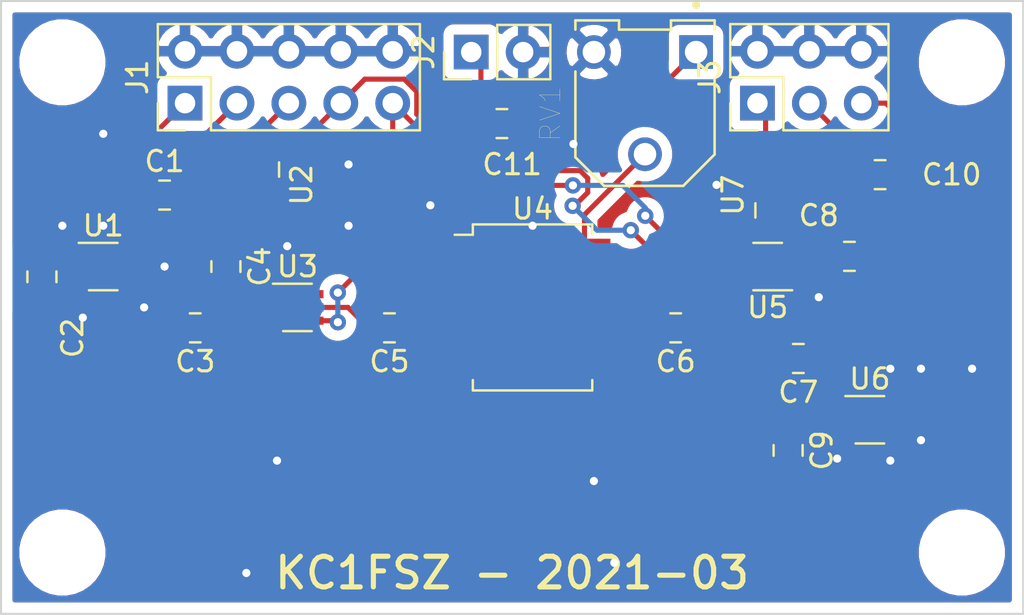
<source format=kicad_pcb>
(kicad_pcb (version 20171130) (host pcbnew "(5.1.7-0-10_14)")

  (general
    (thickness 1.6)
    (drawings 5)
    (tracks 145)
    (zones 0)
    (modules 26)
    (nets 27)
  )

  (page A4)
  (layers
    (0 F.Cu signal)
    (31 B.Cu signal)
    (32 B.Adhes user)
    (33 F.Adhes user)
    (34 B.Paste user)
    (35 F.Paste user)
    (36 B.SilkS user)
    (37 F.SilkS user)
    (38 B.Mask user)
    (39 F.Mask user)
    (40 Dwgs.User user)
    (41 Cmts.User user)
    (42 Eco1.User user)
    (43 Eco2.User user)
    (44 Edge.Cuts user)
    (45 Margin user)
    (46 B.CrtYd user)
    (47 F.CrtYd user)
    (48 B.Fab user)
    (49 F.Fab user hide)
  )

  (setup
    (last_trace_width 0.25)
    (trace_clearance 0.2)
    (zone_clearance 0.508)
    (zone_45_only no)
    (trace_min 0.2)
    (via_size 0.8)
    (via_drill 0.4)
    (via_min_size 0.4)
    (via_min_drill 0.3)
    (uvia_size 0.3)
    (uvia_drill 0.1)
    (uvias_allowed no)
    (uvia_min_size 0.2)
    (uvia_min_drill 0.1)
    (edge_width 0.05)
    (segment_width 0.2)
    (pcb_text_width 0.3)
    (pcb_text_size 1.5 1.5)
    (mod_edge_width 0.12)
    (mod_text_size 1 1)
    (mod_text_width 0.15)
    (pad_size 1.524 1.524)
    (pad_drill 0.762)
    (pad_to_mask_clearance 0)
    (aux_axis_origin 0 0)
    (visible_elements FFFFFF7F)
    (pcbplotparams
      (layerselection 0x010fc_ffffffff)
      (usegerberextensions false)
      (usegerberattributes true)
      (usegerberadvancedattributes true)
      (creategerberjobfile true)
      (excludeedgelayer true)
      (linewidth 0.100000)
      (plotframeref false)
      (viasonmask false)
      (mode 1)
      (useauxorigin false)
      (hpglpennumber 1)
      (hpglpenspeed 20)
      (hpglpendiameter 15.000000)
      (psnegative false)
      (psa4output false)
      (plotreference true)
      (plotvalue true)
      (plotinvisibletext false)
      (padsonsilk false)
      (subtractmaskfromsilk false)
      (outputformat 1)
      (mirror false)
      (drillshape 1)
      (scaleselection 1)
      (outputdirectory ""))
  )

  (net 0 "")
  (net 1 TX_IN)
  (net 2 "Net-(C1-Pad1)")
  (net 3 +5VA)
  (net 4 GNDA)
  (net 5 "Net-(C3-Pad2)")
  (net 6 "Net-(C3-Pad1)")
  (net 7 "Net-(C4-Pad1)")
  (net 8 "Net-(C4-Pad2)")
  (net 9 "Net-(C5-Pad1)")
  (net 10 "Net-(C5-Pad2)")
  (net 11 "Net-(C6-Pad2)")
  (net 12 "Net-(C6-Pad1)")
  (net 13 "Net-(C7-Pad1)")
  (net 14 "Net-(C7-Pad2)")
  (net 15 "Net-(C8-Pad2)")
  (net 16 "Net-(C8-Pad1)")
  (net 17 RX_IN)
  (net 18 "Net-(C10-Pad2)")
  (net 19 RX_OUT)
  (net 20 SEL1)
  (net 21 SEL2)
  (net 22 LO_IN)
  (net 23 TX_OUT)
  (net 24 "Net-(RV1-Pad2)")
  (net 25 "Net-(C11-Pad2)")
  (net 26 +5VD)

  (net_class Default "This is the default net class."
    (clearance 0.2)
    (trace_width 0.25)
    (via_dia 0.8)
    (via_drill 0.4)
    (uvia_dia 0.3)
    (uvia_drill 0.1)
    (add_net +5VA)
    (add_net +5VD)
    (add_net GNDA)
    (add_net LO_IN)
    (add_net "Net-(C1-Pad1)")
    (add_net "Net-(C10-Pad2)")
    (add_net "Net-(C11-Pad2)")
    (add_net "Net-(C3-Pad1)")
    (add_net "Net-(C3-Pad2)")
    (add_net "Net-(C4-Pad1)")
    (add_net "Net-(C4-Pad2)")
    (add_net "Net-(C5-Pad1)")
    (add_net "Net-(C5-Pad2)")
    (add_net "Net-(C6-Pad1)")
    (add_net "Net-(C6-Pad2)")
    (add_net "Net-(C7-Pad1)")
    (add_net "Net-(C7-Pad2)")
    (add_net "Net-(C8-Pad1)")
    (add_net "Net-(C8-Pad2)")
    (add_net "Net-(RV1-Pad2)")
    (add_net RX_IN)
    (add_net RX_OUT)
    (add_net SEL1)
    (add_net SEL2)
    (add_net TX_IN)
    (add_net TX_OUT)
  )

  (module Capacitor_SMD:C_0805_2012Metric_Pad1.15x1.40mm_HandSolder (layer F.Cu) (tedit 5B36C52B) (tstamp 605AD44F)
    (at 128 79.5)
    (descr "Capacitor SMD 0805 (2012 Metric), square (rectangular) end terminal, IPC_7351 nominal with elongated pad for handsoldering. (Body size source: https://docs.google.com/spreadsheets/d/1BsfQQcO9C6DZCsRaXUlFlo91Tg2WpOkGARC1WS5S8t0/edit?usp=sharing), generated with kicad-footprint-generator")
    (tags "capacitor handsolder")
    (path /605DC522)
    (attr smd)
    (fp_text reference C1 (at 0 -1.65) (layer F.SilkS)
      (effects (font (size 1 1) (thickness 0.15)))
    )
    (fp_text value 0.1U (at 0 1.65) (layer F.Fab)
      (effects (font (size 1 1) (thickness 0.15)))
    )
    (fp_line (start 1.85 0.95) (end -1.85 0.95) (layer F.CrtYd) (width 0.05))
    (fp_line (start 1.85 -0.95) (end 1.85 0.95) (layer F.CrtYd) (width 0.05))
    (fp_line (start -1.85 -0.95) (end 1.85 -0.95) (layer F.CrtYd) (width 0.05))
    (fp_line (start -1.85 0.95) (end -1.85 -0.95) (layer F.CrtYd) (width 0.05))
    (fp_line (start -0.261252 0.71) (end 0.261252 0.71) (layer F.SilkS) (width 0.12))
    (fp_line (start -0.261252 -0.71) (end 0.261252 -0.71) (layer F.SilkS) (width 0.12))
    (fp_line (start 1 0.6) (end -1 0.6) (layer F.Fab) (width 0.1))
    (fp_line (start 1 -0.6) (end 1 0.6) (layer F.Fab) (width 0.1))
    (fp_line (start -1 -0.6) (end 1 -0.6) (layer F.Fab) (width 0.1))
    (fp_line (start -1 0.6) (end -1 -0.6) (layer F.Fab) (width 0.1))
    (fp_text user %R (at 0 0) (layer F.Fab)
      (effects (font (size 0.5 0.5) (thickness 0.08)))
    )
    (pad 2 smd roundrect (at 1.025 0) (size 1.15 1.4) (layers F.Cu F.Paste F.Mask) (roundrect_rratio 0.217391)
      (net 1 TX_IN))
    (pad 1 smd roundrect (at -1.025 0) (size 1.15 1.4) (layers F.Cu F.Paste F.Mask) (roundrect_rratio 0.217391)
      (net 2 "Net-(C1-Pad1)"))
    (model ${KISYS3DMOD}/Capacitor_SMD.3dshapes/C_0805_2012Metric.wrl
      (at (xyz 0 0 0))
      (scale (xyz 1 1 1))
      (rotate (xyz 0 0 0))
    )
  )

  (module Capacitor_SMD:C_0805_2012Metric_Pad1.15x1.40mm_HandSolder (layer F.Cu) (tedit 5B36C52B) (tstamp 605AD460)
    (at 122 83.5 270)
    (descr "Capacitor SMD 0805 (2012 Metric), square (rectangular) end terminal, IPC_7351 nominal with elongated pad for handsoldering. (Body size source: https://docs.google.com/spreadsheets/d/1BsfQQcO9C6DZCsRaXUlFlo91Tg2WpOkGARC1WS5S8t0/edit?usp=sharing), generated with kicad-footprint-generator")
    (tags "capacitor handsolder")
    (path /605D72E2)
    (attr smd)
    (fp_text reference C2 (at 3 -1.5 90) (layer F.SilkS)
      (effects (font (size 1 1) (thickness 0.15)))
    )
    (fp_text value 0.1U (at 0 1.65 90) (layer F.Fab)
      (effects (font (size 1 1) (thickness 0.15)))
    )
    (fp_line (start -1 0.6) (end -1 -0.6) (layer F.Fab) (width 0.1))
    (fp_line (start -1 -0.6) (end 1 -0.6) (layer F.Fab) (width 0.1))
    (fp_line (start 1 -0.6) (end 1 0.6) (layer F.Fab) (width 0.1))
    (fp_line (start 1 0.6) (end -1 0.6) (layer F.Fab) (width 0.1))
    (fp_line (start -0.261252 -0.71) (end 0.261252 -0.71) (layer F.SilkS) (width 0.12))
    (fp_line (start -0.261252 0.71) (end 0.261252 0.71) (layer F.SilkS) (width 0.12))
    (fp_line (start -1.85 0.95) (end -1.85 -0.95) (layer F.CrtYd) (width 0.05))
    (fp_line (start -1.85 -0.95) (end 1.85 -0.95) (layer F.CrtYd) (width 0.05))
    (fp_line (start 1.85 -0.95) (end 1.85 0.95) (layer F.CrtYd) (width 0.05))
    (fp_line (start 1.85 0.95) (end -1.85 0.95) (layer F.CrtYd) (width 0.05))
    (fp_text user %R (at 0 0 90) (layer F.Fab)
      (effects (font (size 0.5 0.5) (thickness 0.08)))
    )
    (pad 1 smd roundrect (at -1.025 0 270) (size 1.15 1.4) (layers F.Cu F.Paste F.Mask) (roundrect_rratio 0.217391)
      (net 3 +5VA))
    (pad 2 smd roundrect (at 1.025 0 270) (size 1.15 1.4) (layers F.Cu F.Paste F.Mask) (roundrect_rratio 0.217391)
      (net 4 GNDA))
    (model ${KISYS3DMOD}/Capacitor_SMD.3dshapes/C_0805_2012Metric.wrl
      (at (xyz 0 0 0))
      (scale (xyz 1 1 1))
      (rotate (xyz 0 0 0))
    )
  )

  (module Capacitor_SMD:C_0805_2012Metric_Pad1.15x1.40mm_HandSolder (layer F.Cu) (tedit 5B36C52B) (tstamp 605AD471)
    (at 129.5 86 180)
    (descr "Capacitor SMD 0805 (2012 Metric), square (rectangular) end terminal, IPC_7351 nominal with elongated pad for handsoldering. (Body size source: https://docs.google.com/spreadsheets/d/1BsfQQcO9C6DZCsRaXUlFlo91Tg2WpOkGARC1WS5S8t0/edit?usp=sharing), generated with kicad-footprint-generator")
    (tags "capacitor handsolder")
    (path /605C3FD7)
    (attr smd)
    (fp_text reference C3 (at 0 -1.65) (layer F.SilkS)
      (effects (font (size 1 1) (thickness 0.15)))
    )
    (fp_text value 0.1U (at 0 1.65) (layer F.Fab)
      (effects (font (size 1 1) (thickness 0.15)))
    )
    (fp_line (start 1.85 0.95) (end -1.85 0.95) (layer F.CrtYd) (width 0.05))
    (fp_line (start 1.85 -0.95) (end 1.85 0.95) (layer F.CrtYd) (width 0.05))
    (fp_line (start -1.85 -0.95) (end 1.85 -0.95) (layer F.CrtYd) (width 0.05))
    (fp_line (start -1.85 0.95) (end -1.85 -0.95) (layer F.CrtYd) (width 0.05))
    (fp_line (start -0.261252 0.71) (end 0.261252 0.71) (layer F.SilkS) (width 0.12))
    (fp_line (start -0.261252 -0.71) (end 0.261252 -0.71) (layer F.SilkS) (width 0.12))
    (fp_line (start 1 0.6) (end -1 0.6) (layer F.Fab) (width 0.1))
    (fp_line (start 1 -0.6) (end 1 0.6) (layer F.Fab) (width 0.1))
    (fp_line (start -1 -0.6) (end 1 -0.6) (layer F.Fab) (width 0.1))
    (fp_line (start -1 0.6) (end -1 -0.6) (layer F.Fab) (width 0.1))
    (fp_text user %R (at 0 0) (layer F.Fab)
      (effects (font (size 0.5 0.5) (thickness 0.08)))
    )
    (pad 2 smd roundrect (at 1.025 0 180) (size 1.15 1.4) (layers F.Cu F.Paste F.Mask) (roundrect_rratio 0.217391)
      (net 5 "Net-(C3-Pad2)"))
    (pad 1 smd roundrect (at -1.025 0 180) (size 1.15 1.4) (layers F.Cu F.Paste F.Mask) (roundrect_rratio 0.217391)
      (net 6 "Net-(C3-Pad1)"))
    (model ${KISYS3DMOD}/Capacitor_SMD.3dshapes/C_0805_2012Metric.wrl
      (at (xyz 0 0 0))
      (scale (xyz 1 1 1))
      (rotate (xyz 0 0 0))
    )
  )

  (module Capacitor_SMD:C_0805_2012Metric_Pad1.15x1.40mm_HandSolder (layer F.Cu) (tedit 5B36C52B) (tstamp 605AD482)
    (at 131 83 270)
    (descr "Capacitor SMD 0805 (2012 Metric), square (rectangular) end terminal, IPC_7351 nominal with elongated pad for handsoldering. (Body size source: https://docs.google.com/spreadsheets/d/1BsfQQcO9C6DZCsRaXUlFlo91Tg2WpOkGARC1WS5S8t0/edit?usp=sharing), generated with kicad-footprint-generator")
    (tags "capacitor handsolder")
    (path /605BA4E6)
    (attr smd)
    (fp_text reference C4 (at 0 -1.65 90) (layer F.SilkS)
      (effects (font (size 1 1) (thickness 0.15)))
    )
    (fp_text value 0.1U (at 0 1.65 90) (layer F.Fab)
      (effects (font (size 1 1) (thickness 0.15)))
    )
    (fp_line (start -1 0.6) (end -1 -0.6) (layer F.Fab) (width 0.1))
    (fp_line (start -1 -0.6) (end 1 -0.6) (layer F.Fab) (width 0.1))
    (fp_line (start 1 -0.6) (end 1 0.6) (layer F.Fab) (width 0.1))
    (fp_line (start 1 0.6) (end -1 0.6) (layer F.Fab) (width 0.1))
    (fp_line (start -0.261252 -0.71) (end 0.261252 -0.71) (layer F.SilkS) (width 0.12))
    (fp_line (start -0.261252 0.71) (end 0.261252 0.71) (layer F.SilkS) (width 0.12))
    (fp_line (start -1.85 0.95) (end -1.85 -0.95) (layer F.CrtYd) (width 0.05))
    (fp_line (start -1.85 -0.95) (end 1.85 -0.95) (layer F.CrtYd) (width 0.05))
    (fp_line (start 1.85 -0.95) (end 1.85 0.95) (layer F.CrtYd) (width 0.05))
    (fp_line (start 1.85 0.95) (end -1.85 0.95) (layer F.CrtYd) (width 0.05))
    (fp_text user %R (at 0 0 90) (layer F.Fab)
      (effects (font (size 0.5 0.5) (thickness 0.08)))
    )
    (pad 1 smd roundrect (at -1.025 0 270) (size 1.15 1.4) (layers F.Cu F.Paste F.Mask) (roundrect_rratio 0.217391)
      (net 7 "Net-(C4-Pad1)"))
    (pad 2 smd roundrect (at 1.025 0 270) (size 1.15 1.4) (layers F.Cu F.Paste F.Mask) (roundrect_rratio 0.217391)
      (net 8 "Net-(C4-Pad2)"))
    (model ${KISYS3DMOD}/Capacitor_SMD.3dshapes/C_0805_2012Metric.wrl
      (at (xyz 0 0 0))
      (scale (xyz 1 1 1))
      (rotate (xyz 0 0 0))
    )
  )

  (module Capacitor_SMD:C_0805_2012Metric_Pad1.15x1.40mm_HandSolder (layer F.Cu) (tedit 5B36C52B) (tstamp 605AD493)
    (at 139 86 180)
    (descr "Capacitor SMD 0805 (2012 Metric), square (rectangular) end terminal, IPC_7351 nominal with elongated pad for handsoldering. (Body size source: https://docs.google.com/spreadsheets/d/1BsfQQcO9C6DZCsRaXUlFlo91Tg2WpOkGARC1WS5S8t0/edit?usp=sharing), generated with kicad-footprint-generator")
    (tags "capacitor handsolder")
    (path /605C5B8C)
    (attr smd)
    (fp_text reference C5 (at 0 -1.65) (layer F.SilkS)
      (effects (font (size 1 1) (thickness 0.15)))
    )
    (fp_text value 0.1U (at 0 1.65) (layer F.Fab)
      (effects (font (size 1 1) (thickness 0.15)))
    )
    (fp_line (start -1 0.6) (end -1 -0.6) (layer F.Fab) (width 0.1))
    (fp_line (start -1 -0.6) (end 1 -0.6) (layer F.Fab) (width 0.1))
    (fp_line (start 1 -0.6) (end 1 0.6) (layer F.Fab) (width 0.1))
    (fp_line (start 1 0.6) (end -1 0.6) (layer F.Fab) (width 0.1))
    (fp_line (start -0.261252 -0.71) (end 0.261252 -0.71) (layer F.SilkS) (width 0.12))
    (fp_line (start -0.261252 0.71) (end 0.261252 0.71) (layer F.SilkS) (width 0.12))
    (fp_line (start -1.85 0.95) (end -1.85 -0.95) (layer F.CrtYd) (width 0.05))
    (fp_line (start -1.85 -0.95) (end 1.85 -0.95) (layer F.CrtYd) (width 0.05))
    (fp_line (start 1.85 -0.95) (end 1.85 0.95) (layer F.CrtYd) (width 0.05))
    (fp_line (start 1.85 0.95) (end -1.85 0.95) (layer F.CrtYd) (width 0.05))
    (fp_text user %R (at 0 0) (layer F.Fab)
      (effects (font (size 0.5 0.5) (thickness 0.08)))
    )
    (pad 1 smd roundrect (at -1.025 0 180) (size 1.15 1.4) (layers F.Cu F.Paste F.Mask) (roundrect_rratio 0.217391)
      (net 9 "Net-(C5-Pad1)"))
    (pad 2 smd roundrect (at 1.025 0 180) (size 1.15 1.4) (layers F.Cu F.Paste F.Mask) (roundrect_rratio 0.217391)
      (net 10 "Net-(C5-Pad2)"))
    (model ${KISYS3DMOD}/Capacitor_SMD.3dshapes/C_0805_2012Metric.wrl
      (at (xyz 0 0 0))
      (scale (xyz 1 1 1))
      (rotate (xyz 0 0 0))
    )
  )

  (module Capacitor_SMD:C_0805_2012Metric_Pad1.15x1.40mm_HandSolder (layer F.Cu) (tedit 5B36C52B) (tstamp 605AD4A4)
    (at 153 86 180)
    (descr "Capacitor SMD 0805 (2012 Metric), square (rectangular) end terminal, IPC_7351 nominal with elongated pad for handsoldering. (Body size source: https://docs.google.com/spreadsheets/d/1BsfQQcO9C6DZCsRaXUlFlo91Tg2WpOkGARC1WS5S8t0/edit?usp=sharing), generated with kicad-footprint-generator")
    (tags "capacitor handsolder")
    (path /605C6FB3)
    (attr smd)
    (fp_text reference C6 (at 0 -1.65) (layer F.SilkS)
      (effects (font (size 1 1) (thickness 0.15)))
    )
    (fp_text value 0.1U (at 0 1.65) (layer F.Fab)
      (effects (font (size 1 1) (thickness 0.15)))
    )
    (fp_line (start 1.85 0.95) (end -1.85 0.95) (layer F.CrtYd) (width 0.05))
    (fp_line (start 1.85 -0.95) (end 1.85 0.95) (layer F.CrtYd) (width 0.05))
    (fp_line (start -1.85 -0.95) (end 1.85 -0.95) (layer F.CrtYd) (width 0.05))
    (fp_line (start -1.85 0.95) (end -1.85 -0.95) (layer F.CrtYd) (width 0.05))
    (fp_line (start -0.261252 0.71) (end 0.261252 0.71) (layer F.SilkS) (width 0.12))
    (fp_line (start -0.261252 -0.71) (end 0.261252 -0.71) (layer F.SilkS) (width 0.12))
    (fp_line (start 1 0.6) (end -1 0.6) (layer F.Fab) (width 0.1))
    (fp_line (start 1 -0.6) (end 1 0.6) (layer F.Fab) (width 0.1))
    (fp_line (start -1 -0.6) (end 1 -0.6) (layer F.Fab) (width 0.1))
    (fp_line (start -1 0.6) (end -1 -0.6) (layer F.Fab) (width 0.1))
    (fp_text user %R (at 0 0) (layer F.Fab)
      (effects (font (size 0.5 0.5) (thickness 0.08)))
    )
    (pad 2 smd roundrect (at 1.025 0 180) (size 1.15 1.4) (layers F.Cu F.Paste F.Mask) (roundrect_rratio 0.217391)
      (net 11 "Net-(C6-Pad2)"))
    (pad 1 smd roundrect (at -1.025 0 180) (size 1.15 1.4) (layers F.Cu F.Paste F.Mask) (roundrect_rratio 0.217391)
      (net 12 "Net-(C6-Pad1)"))
    (model ${KISYS3DMOD}/Capacitor_SMD.3dshapes/C_0805_2012Metric.wrl
      (at (xyz 0 0 0))
      (scale (xyz 1 1 1))
      (rotate (xyz 0 0 0))
    )
  )

  (module Capacitor_SMD:C_0805_2012Metric_Pad1.15x1.40mm_HandSolder (layer F.Cu) (tedit 5B36C52B) (tstamp 605AD4B5)
    (at 159 87.5 180)
    (descr "Capacitor SMD 0805 (2012 Metric), square (rectangular) end terminal, IPC_7351 nominal with elongated pad for handsoldering. (Body size source: https://docs.google.com/spreadsheets/d/1BsfQQcO9C6DZCsRaXUlFlo91Tg2WpOkGARC1WS5S8t0/edit?usp=sharing), generated with kicad-footprint-generator")
    (tags "capacitor handsolder")
    (path /605C264E)
    (attr smd)
    (fp_text reference C7 (at 0 -1.65) (layer F.SilkS)
      (effects (font (size 1 1) (thickness 0.15)))
    )
    (fp_text value 0.1U (at 0 1.65) (layer F.Fab)
      (effects (font (size 1 1) (thickness 0.15)))
    )
    (fp_line (start -1 0.6) (end -1 -0.6) (layer F.Fab) (width 0.1))
    (fp_line (start -1 -0.6) (end 1 -0.6) (layer F.Fab) (width 0.1))
    (fp_line (start 1 -0.6) (end 1 0.6) (layer F.Fab) (width 0.1))
    (fp_line (start 1 0.6) (end -1 0.6) (layer F.Fab) (width 0.1))
    (fp_line (start -0.261252 -0.71) (end 0.261252 -0.71) (layer F.SilkS) (width 0.12))
    (fp_line (start -0.261252 0.71) (end 0.261252 0.71) (layer F.SilkS) (width 0.12))
    (fp_line (start -1.85 0.95) (end -1.85 -0.95) (layer F.CrtYd) (width 0.05))
    (fp_line (start -1.85 -0.95) (end 1.85 -0.95) (layer F.CrtYd) (width 0.05))
    (fp_line (start 1.85 -0.95) (end 1.85 0.95) (layer F.CrtYd) (width 0.05))
    (fp_line (start 1.85 0.95) (end -1.85 0.95) (layer F.CrtYd) (width 0.05))
    (fp_text user %R (at 0 0) (layer F.Fab)
      (effects (font (size 0.5 0.5) (thickness 0.08)))
    )
    (pad 1 smd roundrect (at -1.025 0 180) (size 1.15 1.4) (layers F.Cu F.Paste F.Mask) (roundrect_rratio 0.217391)
      (net 13 "Net-(C7-Pad1)"))
    (pad 2 smd roundrect (at 1.025 0 180) (size 1.15 1.4) (layers F.Cu F.Paste F.Mask) (roundrect_rratio 0.217391)
      (net 14 "Net-(C7-Pad2)"))
    (model ${KISYS3DMOD}/Capacitor_SMD.3dshapes/C_0805_2012Metric.wrl
      (at (xyz 0 0 0))
      (scale (xyz 1 1 1))
      (rotate (xyz 0 0 0))
    )
  )

  (module Capacitor_SMD:C_0805_2012Metric_Pad1.15x1.40mm_HandSolder (layer F.Cu) (tedit 5B36C52B) (tstamp 605AD4C6)
    (at 161.5 82.5 180)
    (descr "Capacitor SMD 0805 (2012 Metric), square (rectangular) end terminal, IPC_7351 nominal with elongated pad for handsoldering. (Body size source: https://docs.google.com/spreadsheets/d/1BsfQQcO9C6DZCsRaXUlFlo91Tg2WpOkGARC1WS5S8t0/edit?usp=sharing), generated with kicad-footprint-generator")
    (tags "capacitor handsolder")
    (path /605C10EE)
    (attr smd)
    (fp_text reference C8 (at 1.5 2) (layer F.SilkS)
      (effects (font (size 1 1) (thickness 0.15)))
    )
    (fp_text value 0.1U (at 0 1.65) (layer F.Fab)
      (effects (font (size 1 1) (thickness 0.15)))
    )
    (fp_line (start 1.85 0.95) (end -1.85 0.95) (layer F.CrtYd) (width 0.05))
    (fp_line (start 1.85 -0.95) (end 1.85 0.95) (layer F.CrtYd) (width 0.05))
    (fp_line (start -1.85 -0.95) (end 1.85 -0.95) (layer F.CrtYd) (width 0.05))
    (fp_line (start -1.85 0.95) (end -1.85 -0.95) (layer F.CrtYd) (width 0.05))
    (fp_line (start -0.261252 0.71) (end 0.261252 0.71) (layer F.SilkS) (width 0.12))
    (fp_line (start -0.261252 -0.71) (end 0.261252 -0.71) (layer F.SilkS) (width 0.12))
    (fp_line (start 1 0.6) (end -1 0.6) (layer F.Fab) (width 0.1))
    (fp_line (start 1 -0.6) (end 1 0.6) (layer F.Fab) (width 0.1))
    (fp_line (start -1 -0.6) (end 1 -0.6) (layer F.Fab) (width 0.1))
    (fp_line (start -1 0.6) (end -1 -0.6) (layer F.Fab) (width 0.1))
    (fp_text user %R (at 0 0) (layer F.Fab)
      (effects (font (size 0.5 0.5) (thickness 0.08)))
    )
    (pad 2 smd roundrect (at 1.025 0 180) (size 1.15 1.4) (layers F.Cu F.Paste F.Mask) (roundrect_rratio 0.217391)
      (net 15 "Net-(C8-Pad2)"))
    (pad 1 smd roundrect (at -1.025 0 180) (size 1.15 1.4) (layers F.Cu F.Paste F.Mask) (roundrect_rratio 0.217391)
      (net 16 "Net-(C8-Pad1)"))
    (model ${KISYS3DMOD}/Capacitor_SMD.3dshapes/C_0805_2012Metric.wrl
      (at (xyz 0 0 0))
      (scale (xyz 1 1 1))
      (rotate (xyz 0 0 0))
    )
  )

  (module Capacitor_SMD:C_0805_2012Metric_Pad1.15x1.40mm_HandSolder (layer F.Cu) (tedit 5B36C52B) (tstamp 605AD4D7)
    (at 158.5 92 270)
    (descr "Capacitor SMD 0805 (2012 Metric), square (rectangular) end terminal, IPC_7351 nominal with elongated pad for handsoldering. (Body size source: https://docs.google.com/spreadsheets/d/1BsfQQcO9C6DZCsRaXUlFlo91Tg2WpOkGARC1WS5S8t0/edit?usp=sharing), generated with kicad-footprint-generator")
    (tags "capacitor handsolder")
    (path /605D48CE)
    (attr smd)
    (fp_text reference C9 (at 0 -1.65 90) (layer F.SilkS)
      (effects (font (size 1 1) (thickness 0.15)))
    )
    (fp_text value 0.1U (at 0 1.65 90) (layer F.Fab)
      (effects (font (size 1 1) (thickness 0.15)))
    )
    (fp_line (start 1.85 0.95) (end -1.85 0.95) (layer F.CrtYd) (width 0.05))
    (fp_line (start 1.85 -0.95) (end 1.85 0.95) (layer F.CrtYd) (width 0.05))
    (fp_line (start -1.85 -0.95) (end 1.85 -0.95) (layer F.CrtYd) (width 0.05))
    (fp_line (start -1.85 0.95) (end -1.85 -0.95) (layer F.CrtYd) (width 0.05))
    (fp_line (start -0.261252 0.71) (end 0.261252 0.71) (layer F.SilkS) (width 0.12))
    (fp_line (start -0.261252 -0.71) (end 0.261252 -0.71) (layer F.SilkS) (width 0.12))
    (fp_line (start 1 0.6) (end -1 0.6) (layer F.Fab) (width 0.1))
    (fp_line (start 1 -0.6) (end 1 0.6) (layer F.Fab) (width 0.1))
    (fp_line (start -1 -0.6) (end 1 -0.6) (layer F.Fab) (width 0.1))
    (fp_line (start -1 0.6) (end -1 -0.6) (layer F.Fab) (width 0.1))
    (fp_text user %R (at 0 0 90) (layer F.Fab)
      (effects (font (size 0.5 0.5) (thickness 0.08)))
    )
    (pad 2 smd roundrect (at 1.025 0 270) (size 1.15 1.4) (layers F.Cu F.Paste F.Mask) (roundrect_rratio 0.217391)
      (net 4 GNDA))
    (pad 1 smd roundrect (at -1.025 0 270) (size 1.15 1.4) (layers F.Cu F.Paste F.Mask) (roundrect_rratio 0.217391)
      (net 26 +5VD))
    (model ${KISYS3DMOD}/Capacitor_SMD.3dshapes/C_0805_2012Metric.wrl
      (at (xyz 0 0 0))
      (scale (xyz 1 1 1))
      (rotate (xyz 0 0 0))
    )
  )

  (module Capacitor_SMD:C_0805_2012Metric_Pad1.15x1.40mm_HandSolder (layer F.Cu) (tedit 5B36C52B) (tstamp 605AD4E8)
    (at 163 78.5)
    (descr "Capacitor SMD 0805 (2012 Metric), square (rectangular) end terminal, IPC_7351 nominal with elongated pad for handsoldering. (Body size source: https://docs.google.com/spreadsheets/d/1BsfQQcO9C6DZCsRaXUlFlo91Tg2WpOkGARC1WS5S8t0/edit?usp=sharing), generated with kicad-footprint-generator")
    (tags "capacitor handsolder")
    (path /605CFB2B)
    (attr smd)
    (fp_text reference C10 (at 3.5 0) (layer F.SilkS)
      (effects (font (size 1 1) (thickness 0.15)))
    )
    (fp_text value 0.1U (at 0 1.65) (layer F.Fab)
      (effects (font (size 1 1) (thickness 0.15)))
    )
    (fp_line (start -1 0.6) (end -1 -0.6) (layer F.Fab) (width 0.1))
    (fp_line (start -1 -0.6) (end 1 -0.6) (layer F.Fab) (width 0.1))
    (fp_line (start 1 -0.6) (end 1 0.6) (layer F.Fab) (width 0.1))
    (fp_line (start 1 0.6) (end -1 0.6) (layer F.Fab) (width 0.1))
    (fp_line (start -0.261252 -0.71) (end 0.261252 -0.71) (layer F.SilkS) (width 0.12))
    (fp_line (start -0.261252 0.71) (end 0.261252 0.71) (layer F.SilkS) (width 0.12))
    (fp_line (start -1.85 0.95) (end -1.85 -0.95) (layer F.CrtYd) (width 0.05))
    (fp_line (start -1.85 -0.95) (end 1.85 -0.95) (layer F.CrtYd) (width 0.05))
    (fp_line (start 1.85 -0.95) (end 1.85 0.95) (layer F.CrtYd) (width 0.05))
    (fp_line (start 1.85 0.95) (end -1.85 0.95) (layer F.CrtYd) (width 0.05))
    (fp_text user %R (at 0 0) (layer F.Fab)
      (effects (font (size 0.5 0.5) (thickness 0.08)))
    )
    (pad 1 smd roundrect (at -1.025 0) (size 1.15 1.4) (layers F.Cu F.Paste F.Mask) (roundrect_rratio 0.217391)
      (net 17 RX_IN))
    (pad 2 smd roundrect (at 1.025 0) (size 1.15 1.4) (layers F.Cu F.Paste F.Mask) (roundrect_rratio 0.217391)
      (net 18 "Net-(C10-Pad2)"))
    (model ${KISYS3DMOD}/Capacitor_SMD.3dshapes/C_0805_2012Metric.wrl
      (at (xyz 0 0 0))
      (scale (xyz 1 1 1))
      (rotate (xyz 0 0 0))
    )
  )

  (module MountingHole:MountingHole_3.2mm_M3_ISO14580 (layer F.Cu) (tedit 56D1B4CB) (tstamp 605AD4F0)
    (at 123 73)
    (descr "Mounting Hole 3.2mm, no annular, M3, ISO14580")
    (tags "mounting hole 3.2mm no annular m3 iso14580")
    (path /6062B677)
    (attr virtual)
    (fp_text reference H1 (at 0 -3.75) (layer F.SilkS) hide
      (effects (font (size 1 1) (thickness 0.15)))
    )
    (fp_text value MountingHole (at 0 3.75) (layer F.Fab)
      (effects (font (size 1 1) (thickness 0.15)))
    )
    (fp_circle (center 0 0) (end 2.75 0) (layer Cmts.User) (width 0.15))
    (fp_circle (center 0 0) (end 3 0) (layer F.CrtYd) (width 0.05))
    (fp_text user %R (at 0.3 0) (layer F.Fab)
      (effects (font (size 1 1) (thickness 0.15)))
    )
    (pad 1 np_thru_hole circle (at 0 0) (size 3.2 3.2) (drill 3.2) (layers *.Cu *.Mask))
  )

  (module MountingHole:MountingHole_3.2mm_M3_ISO14580 (layer F.Cu) (tedit 56D1B4CB) (tstamp 605AD4F8)
    (at 167 73)
    (descr "Mounting Hole 3.2mm, no annular, M3, ISO14580")
    (tags "mounting hole 3.2mm no annular m3 iso14580")
    (path /6062BFED)
    (attr virtual)
    (fp_text reference H2 (at 0 -3.75) (layer F.SilkS) hide
      (effects (font (size 1 1) (thickness 0.15)))
    )
    (fp_text value MountingHole (at 0 3.75) (layer F.Fab)
      (effects (font (size 1 1) (thickness 0.15)))
    )
    (fp_circle (center 0 0) (end 3 0) (layer F.CrtYd) (width 0.05))
    (fp_circle (center 0 0) (end 2.75 0) (layer Cmts.User) (width 0.15))
    (fp_text user %R (at 0.3 0) (layer F.Fab)
      (effects (font (size 1 1) (thickness 0.15)))
    )
    (pad 1 np_thru_hole circle (at 0 0) (size 3.2 3.2) (drill 3.2) (layers *.Cu *.Mask))
  )

  (module MountingHole:MountingHole_3.2mm_M3_ISO14580 (layer F.Cu) (tedit 56D1B4CB) (tstamp 605AD500)
    (at 167 97)
    (descr "Mounting Hole 3.2mm, no annular, M3, ISO14580")
    (tags "mounting hole 3.2mm no annular m3 iso14580")
    (path /6062C6A5)
    (attr virtual)
    (fp_text reference H3 (at 0 -3.75) (layer F.SilkS) hide
      (effects (font (size 1 1) (thickness 0.15)))
    )
    (fp_text value MountingHole (at 0 3.75) (layer F.Fab)
      (effects (font (size 1 1) (thickness 0.15)))
    )
    (fp_circle (center 0 0) (end 2.75 0) (layer Cmts.User) (width 0.15))
    (fp_circle (center 0 0) (end 3 0) (layer F.CrtYd) (width 0.05))
    (fp_text user %R (at 0.3 0) (layer F.Fab)
      (effects (font (size 1 1) (thickness 0.15)))
    )
    (pad 1 np_thru_hole circle (at 0 0) (size 3.2 3.2) (drill 3.2) (layers *.Cu *.Mask))
  )

  (module MountingHole:MountingHole_3.2mm_M3_ISO14580 (layer F.Cu) (tedit 56D1B4CB) (tstamp 605AD508)
    (at 123 97)
    (descr "Mounting Hole 3.2mm, no annular, M3, ISO14580")
    (tags "mounting hole 3.2mm no annular m3 iso14580")
    (path /6062D0FF)
    (attr virtual)
    (fp_text reference H4 (at 0 -3.75) (layer F.SilkS) hide
      (effects (font (size 1 1) (thickness 0.15)))
    )
    (fp_text value MountingHole (at 0 3.75) (layer F.Fab)
      (effects (font (size 1 1) (thickness 0.15)))
    )
    (fp_circle (center 0 0) (end 3 0) (layer F.CrtYd) (width 0.05))
    (fp_circle (center 0 0) (end 2.75 0) (layer Cmts.User) (width 0.15))
    (fp_text user %R (at 0.3 0) (layer F.Fab)
      (effects (font (size 1 1) (thickness 0.15)))
    )
    (pad 1 np_thru_hole circle (at 0 0) (size 3.2 3.2) (drill 3.2) (layers *.Cu *.Mask))
  )

  (module Connector_PinHeader_2.54mm:PinHeader_2x05_P2.54mm_Vertical (layer F.Cu) (tedit 59FED5CC) (tstamp 605AD528)
    (at 129 75 90)
    (descr "Through hole straight pin header, 2x05, 2.54mm pitch, double rows")
    (tags "Through hole pin header THT 2x05 2.54mm double row")
    (path /605E1C7A)
    (fp_text reference J1 (at 1.27 -2.33 90) (layer F.SilkS)
      (effects (font (size 1 1) (thickness 0.15)))
    )
    (fp_text value Conn_02x05_Odd_Even (at 1.27 12.49 90) (layer F.Fab)
      (effects (font (size 1 1) (thickness 0.15)))
    )
    (fp_line (start 0 -1.27) (end 3.81 -1.27) (layer F.Fab) (width 0.1))
    (fp_line (start 3.81 -1.27) (end 3.81 11.43) (layer F.Fab) (width 0.1))
    (fp_line (start 3.81 11.43) (end -1.27 11.43) (layer F.Fab) (width 0.1))
    (fp_line (start -1.27 11.43) (end -1.27 0) (layer F.Fab) (width 0.1))
    (fp_line (start -1.27 0) (end 0 -1.27) (layer F.Fab) (width 0.1))
    (fp_line (start -1.33 11.49) (end 3.87 11.49) (layer F.SilkS) (width 0.12))
    (fp_line (start -1.33 1.27) (end -1.33 11.49) (layer F.SilkS) (width 0.12))
    (fp_line (start 3.87 -1.33) (end 3.87 11.49) (layer F.SilkS) (width 0.12))
    (fp_line (start -1.33 1.27) (end 1.27 1.27) (layer F.SilkS) (width 0.12))
    (fp_line (start 1.27 1.27) (end 1.27 -1.33) (layer F.SilkS) (width 0.12))
    (fp_line (start 1.27 -1.33) (end 3.87 -1.33) (layer F.SilkS) (width 0.12))
    (fp_line (start -1.33 0) (end -1.33 -1.33) (layer F.SilkS) (width 0.12))
    (fp_line (start -1.33 -1.33) (end 0 -1.33) (layer F.SilkS) (width 0.12))
    (fp_line (start -1.8 -1.8) (end -1.8 11.95) (layer F.CrtYd) (width 0.05))
    (fp_line (start -1.8 11.95) (end 4.35 11.95) (layer F.CrtYd) (width 0.05))
    (fp_line (start 4.35 11.95) (end 4.35 -1.8) (layer F.CrtYd) (width 0.05))
    (fp_line (start 4.35 -1.8) (end -1.8 -1.8) (layer F.CrtYd) (width 0.05))
    (fp_text user %R (at 1.27 5.08) (layer F.Fab)
      (effects (font (size 1 1) (thickness 0.15)))
    )
    (pad 1 thru_hole rect (at 0 0 90) (size 1.7 1.7) (drill 1) (layers *.Cu *.Mask)
      (net 3 +5VA))
    (pad 2 thru_hole oval (at 2.54 0 90) (size 1.7 1.7) (drill 1) (layers *.Cu *.Mask)
      (net 4 GNDA))
    (pad 3 thru_hole oval (at 0 2.54 90) (size 1.7 1.7) (drill 1) (layers *.Cu *.Mask)
      (net 1 TX_IN))
    (pad 4 thru_hole oval (at 2.54 2.54 90) (size 1.7 1.7) (drill 1) (layers *.Cu *.Mask)
      (net 4 GNDA))
    (pad 5 thru_hole oval (at 0 5.08 90) (size 1.7 1.7) (drill 1) (layers *.Cu *.Mask)
      (net 19 RX_OUT))
    (pad 6 thru_hole oval (at 2.54 5.08 90) (size 1.7 1.7) (drill 1) (layers *.Cu *.Mask)
      (net 4 GNDA))
    (pad 7 thru_hole oval (at 0 7.62 90) (size 1.7 1.7) (drill 1) (layers *.Cu *.Mask)
      (net 20 SEL1))
    (pad 8 thru_hole oval (at 2.54 7.62 90) (size 1.7 1.7) (drill 1) (layers *.Cu *.Mask)
      (net 4 GNDA))
    (pad 9 thru_hole oval (at 0 10.16 90) (size 1.7 1.7) (drill 1) (layers *.Cu *.Mask)
      (net 21 SEL2))
    (pad 10 thru_hole oval (at 2.54 10.16 90) (size 1.7 1.7) (drill 1) (layers *.Cu *.Mask)
      (net 4 GNDA))
    (model ${KISYS3DMOD}/Connector_PinHeader_2.54mm.3dshapes/PinHeader_2x05_P2.54mm_Vertical.wrl
      (at (xyz 0 0 0))
      (scale (xyz 1 1 1))
      (rotate (xyz 0 0 0))
    )
  )

  (module Connector_PinHeader_2.54mm:PinHeader_1x02_P2.54mm_Vertical (layer F.Cu) (tedit 59FED5CC) (tstamp 605AD53E)
    (at 143 72.5 90)
    (descr "Through hole straight pin header, 1x02, 2.54mm pitch, single row")
    (tags "Through hole pin header THT 1x02 2.54mm single row")
    (path /605F48AF)
    (fp_text reference J2 (at 0 -2.33 90) (layer F.SilkS)
      (effects (font (size 1 1) (thickness 0.15)))
    )
    (fp_text value Conn_01x02 (at 0 4.87 90) (layer F.Fab)
      (effects (font (size 1 1) (thickness 0.15)))
    )
    (fp_line (start -0.635 -1.27) (end 1.27 -1.27) (layer F.Fab) (width 0.1))
    (fp_line (start 1.27 -1.27) (end 1.27 3.81) (layer F.Fab) (width 0.1))
    (fp_line (start 1.27 3.81) (end -1.27 3.81) (layer F.Fab) (width 0.1))
    (fp_line (start -1.27 3.81) (end -1.27 -0.635) (layer F.Fab) (width 0.1))
    (fp_line (start -1.27 -0.635) (end -0.635 -1.27) (layer F.Fab) (width 0.1))
    (fp_line (start -1.33 3.87) (end 1.33 3.87) (layer F.SilkS) (width 0.12))
    (fp_line (start -1.33 1.27) (end -1.33 3.87) (layer F.SilkS) (width 0.12))
    (fp_line (start 1.33 1.27) (end 1.33 3.87) (layer F.SilkS) (width 0.12))
    (fp_line (start -1.33 1.27) (end 1.33 1.27) (layer F.SilkS) (width 0.12))
    (fp_line (start -1.33 0) (end -1.33 -1.33) (layer F.SilkS) (width 0.12))
    (fp_line (start -1.33 -1.33) (end 0 -1.33) (layer F.SilkS) (width 0.12))
    (fp_line (start -1.8 -1.8) (end -1.8 4.35) (layer F.CrtYd) (width 0.05))
    (fp_line (start -1.8 4.35) (end 1.8 4.35) (layer F.CrtYd) (width 0.05))
    (fp_line (start 1.8 4.35) (end 1.8 -1.8) (layer F.CrtYd) (width 0.05))
    (fp_line (start 1.8 -1.8) (end -1.8 -1.8) (layer F.CrtYd) (width 0.05))
    (fp_text user %R (at 0 1.27) (layer F.Fab)
      (effects (font (size 1 1) (thickness 0.15)))
    )
    (pad 1 thru_hole rect (at 0 0 90) (size 1.7 1.7) (drill 1) (layers *.Cu *.Mask)
      (net 22 LO_IN))
    (pad 2 thru_hole oval (at 0 2.54 90) (size 1.7 1.7) (drill 1) (layers *.Cu *.Mask)
      (net 4 GNDA))
    (model ${KISYS3DMOD}/Connector_PinHeader_2.54mm.3dshapes/PinHeader_1x02_P2.54mm_Vertical.wrl
      (at (xyz 0 0 0))
      (scale (xyz 1 1 1))
      (rotate (xyz 0 0 0))
    )
  )

  (module Package_TO_SOT_SMD:SOT-363_SC-70-6 (layer F.Cu) (tedit 5A02FF57) (tstamp 605AD583)
    (at 125 83)
    (descr "SOT-363, SC-70-6")
    (tags "SOT-363 SC-70-6")
    (path /605AA089)
    (attr smd)
    (fp_text reference U1 (at 0 -2) (layer F.SilkS)
      (effects (font (size 1 1) (thickness 0.15)))
    )
    (fp_text value BGA2867 (at 0 2 180) (layer F.Fab)
      (effects (font (size 1 1) (thickness 0.15)))
    )
    (fp_line (start 0.7 -1.16) (end -1.2 -1.16) (layer F.SilkS) (width 0.12))
    (fp_line (start -0.7 1.16) (end 0.7 1.16) (layer F.SilkS) (width 0.12))
    (fp_line (start 1.6 1.4) (end 1.6 -1.4) (layer F.CrtYd) (width 0.05))
    (fp_line (start -1.6 -1.4) (end -1.6 1.4) (layer F.CrtYd) (width 0.05))
    (fp_line (start -1.6 -1.4) (end 1.6 -1.4) (layer F.CrtYd) (width 0.05))
    (fp_line (start 0.675 -1.1) (end -0.175 -1.1) (layer F.Fab) (width 0.1))
    (fp_line (start -0.675 -0.6) (end -0.675 1.1) (layer F.Fab) (width 0.1))
    (fp_line (start -1.6 1.4) (end 1.6 1.4) (layer F.CrtYd) (width 0.05))
    (fp_line (start 0.675 -1.1) (end 0.675 1.1) (layer F.Fab) (width 0.1))
    (fp_line (start 0.675 1.1) (end -0.675 1.1) (layer F.Fab) (width 0.1))
    (fp_line (start -0.175 -1.1) (end -0.675 -0.6) (layer F.Fab) (width 0.1))
    (fp_text user %R (at 0 0 90) (layer F.Fab)
      (effects (font (size 0.5 0.5) (thickness 0.075)))
    )
    (pad 1 smd rect (at -0.95 -0.65) (size 0.65 0.4) (layers F.Cu F.Paste F.Mask)
      (net 3 +5VA))
    (pad 3 smd rect (at -0.95 0.65) (size 0.65 0.4) (layers F.Cu F.Paste F.Mask)
      (net 5 "Net-(C3-Pad2)"))
    (pad 5 smd rect (at 0.95 0) (size 0.65 0.4) (layers F.Cu F.Paste F.Mask)
      (net 4 GNDA))
    (pad 2 smd rect (at -0.95 0) (size 0.65 0.4) (layers F.Cu F.Paste F.Mask)
      (net 4 GNDA))
    (pad 4 smd rect (at 0.95 0.65) (size 0.65 0.4) (layers F.Cu F.Paste F.Mask)
      (net 4 GNDA))
    (pad 6 smd rect (at 0.95 -0.65) (size 0.65 0.4) (layers F.Cu F.Paste F.Mask)
      (net 2 "Net-(C1-Pad1)"))
    (model ${KISYS3DMOD}/Package_TO_SOT_SMD.3dshapes/SOT-363_SC-70-6.wrl
      (at (xyz 0 0 0))
      (scale (xyz 1 1 1))
      (rotate (xyz 0 0 0))
    )
  )

  (module RF_Converter:RF_Attenuator_Susumu_PAT1220 (layer F.Cu) (tedit 5C377ED3) (tstamp 605AD595)
    (at 132.5 79 270)
    (descr "http://www.susumu-usa.com/pdf/Foot_Print_38.pdf, https://www.susumu.co.jp/common/pdf/n_catalog_partition16_en.pdf")
    (tags "2mm 1.2mm")
    (path /605AF85D)
    (attr smd)
    (fp_text reference U2 (at 0 -2.2 90) (layer F.SilkS)
      (effects (font (size 1 1) (thickness 0.15)))
    )
    (fp_text value PAT1220-C-6DB (at 0 2.3 90) (layer F.Fab)
      (effects (font (size 1 1) (thickness 0.15)))
    )
    (fp_line (start -1.4 1.2) (end -1.4 -1.2) (layer F.CrtYd) (width 0.05))
    (fp_line (start 1.4 1.2) (end -1.4 1.2) (layer F.CrtYd) (width 0.05))
    (fp_line (start 1.4 -1.2) (end 1.4 1.2) (layer F.CrtYd) (width 0.05))
    (fp_line (start -1.4 -1.2) (end 1.4 -1.2) (layer F.CrtYd) (width 0.05))
    (fp_line (start -1 -0.3125) (end -0.6875 -0.625) (layer F.Fab) (width 0.1))
    (fp_line (start -1 0.625) (end -1 -0.3125) (layer F.Fab) (width 0.1))
    (fp_line (start 1 0.625) (end -1 0.625) (layer F.Fab) (width 0.1))
    (fp_line (start 1 -0.625) (end 1 0.625) (layer F.Fab) (width 0.1))
    (fp_line (start -0.6875 -0.625) (end 1 -0.625) (layer F.Fab) (width 0.1))
    (fp_line (start -1.1 -1.1) (end -0.4 -1.1) (layer F.SilkS) (width 0.12))
    (fp_text user %R (at 0 0 90) (layer F.Fab)
      (effects (font (size 0.5 0.5) (thickness 0.075)))
    )
    (pad 2 smd rect (at 0.75 -0.6 270) (size 0.8 0.7) (layers F.Cu F.Paste F.Mask)
      (net 7 "Net-(C4-Pad1)"))
    (pad 3 smd rect (at 0 0.6 270) (size 2.3 0.7) (layers F.Cu F.Paste F.Mask)
      (net 4 GNDA))
    (pad 1 smd rect (at -0.75 -0.6 270) (size 0.8 0.7) (layers F.Cu F.Paste F.Mask)
      (net 19 RX_OUT))
    (model ${KISYS3DMOD}/RF_Converter.3dshapes/RF_Attenuator_Susumu_PAT1220.wrl
      (at (xyz 0 0 0))
      (scale (xyz 1 1 1))
      (rotate (xyz 0 0 0))
    )
  )

  (module Package_TO_SOT_SMD:SOT-363_SC-70-6 (layer F.Cu) (tedit 5A02FF57) (tstamp 605AD5AB)
    (at 134.5 85)
    (descr "SOT-363, SC-70-6")
    (tags "SOT-363 SC-70-6")
    (path /605B5074)
    (attr smd)
    (fp_text reference U3 (at 0 -2) (layer F.SilkS)
      (effects (font (size 1 1) (thickness 0.15)))
    )
    (fp_text value MASW-007221 (at 0 2 180) (layer F.Fab)
      (effects (font (size 1 1) (thickness 0.15)))
    )
    (fp_line (start 0.7 -1.16) (end -1.2 -1.16) (layer F.SilkS) (width 0.12))
    (fp_line (start -0.7 1.16) (end 0.7 1.16) (layer F.SilkS) (width 0.12))
    (fp_line (start 1.6 1.4) (end 1.6 -1.4) (layer F.CrtYd) (width 0.05))
    (fp_line (start -1.6 -1.4) (end -1.6 1.4) (layer F.CrtYd) (width 0.05))
    (fp_line (start -1.6 -1.4) (end 1.6 -1.4) (layer F.CrtYd) (width 0.05))
    (fp_line (start 0.675 -1.1) (end -0.175 -1.1) (layer F.Fab) (width 0.1))
    (fp_line (start -0.675 -0.6) (end -0.675 1.1) (layer F.Fab) (width 0.1))
    (fp_line (start -1.6 1.4) (end 1.6 1.4) (layer F.CrtYd) (width 0.05))
    (fp_line (start 0.675 -1.1) (end 0.675 1.1) (layer F.Fab) (width 0.1))
    (fp_line (start 0.675 1.1) (end -0.675 1.1) (layer F.Fab) (width 0.1))
    (fp_line (start -0.175 -1.1) (end -0.675 -0.6) (layer F.Fab) (width 0.1))
    (fp_text user %R (at 0 0 90) (layer F.Fab)
      (effects (font (size 0.5 0.5) (thickness 0.075)))
    )
    (pad 1 smd rect (at -0.95 -0.65) (size 0.65 0.4) (layers F.Cu F.Paste F.Mask)
      (net 8 "Net-(C4-Pad2)"))
    (pad 3 smd rect (at -0.95 0.65) (size 0.65 0.4) (layers F.Cu F.Paste F.Mask)
      (net 6 "Net-(C3-Pad1)"))
    (pad 5 smd rect (at 0.95 0) (size 0.65 0.4) (layers F.Cu F.Paste F.Mask)
      (net 10 "Net-(C5-Pad2)"))
    (pad 2 smd rect (at -0.95 0) (size 0.65 0.4) (layers F.Cu F.Paste F.Mask)
      (net 4 GNDA))
    (pad 4 smd rect (at 0.95 0.65) (size 0.65 0.4) (layers F.Cu F.Paste F.Mask)
      (net 21 SEL2))
    (pad 6 smd rect (at 0.95 -0.65) (size 0.65 0.4) (layers F.Cu F.Paste F.Mask)
      (net 20 SEL1))
    (model ${KISYS3DMOD}/Package_TO_SOT_SMD.3dshapes/SOT-363_SC-70-6.wrl
      (at (xyz 0 0 0))
      (scale (xyz 1 1 1))
      (rotate (xyz 0 0 0))
    )
  )

  (module RF_Mini-Circuits:Mini-Circuits_CD636_H4.11mm (layer F.Cu) (tedit 5A365E23) (tstamp 605AD5C6)
    (at 146 85)
    (descr https://ww2.minicircuits.com/case_style/CD636.pdf)
    (tags "RF Transformer")
    (path /605B2D3E)
    (attr smd)
    (fp_text reference U4 (at 0 -4.826) (layer F.SilkS)
      (effects (font (size 1 1) (thickness 0.15)))
    )
    (fp_text value ADE-1+ (at 0 5.08) (layer F.Fab)
      (effects (font (size 1 1) (thickness 0.15)))
    )
    (fp_line (start 2.794 -3.937) (end 2.794 3.937) (layer F.Fab) (width 0.1))
    (fp_line (start 2.794 3.937) (end -2.794 3.937) (layer F.Fab) (width 0.1))
    (fp_line (start -2.794 3.937) (end -2.794 -2.937) (layer F.Fab) (width 0.1))
    (fp_line (start -1.794 -3.937) (end 2.794 -3.937) (layer F.Fab) (width 0.1))
    (fp_line (start -1.794 -3.937) (end -2.794 -2.937) (layer F.Fab) (width 0.1))
    (fp_line (start 2.921 -3.556) (end 2.921 -4.064) (layer F.SilkS) (width 0.12))
    (fp_line (start 2.921 -4.064) (end -2.921 -4.064) (layer F.SilkS) (width 0.12))
    (fp_line (start -2.921 -4.064) (end -2.921 -3.556) (layer F.SilkS) (width 0.12))
    (fp_line (start -2.921 -3.556) (end -3.81 -3.556) (layer F.SilkS) (width 0.12))
    (fp_line (start -2.921 3.556) (end -2.921 4.064) (layer F.SilkS) (width 0.12))
    (fp_line (start -2.921 4.064) (end 2.921 4.064) (layer F.SilkS) (width 0.12))
    (fp_line (start 2.921 4.064) (end 2.921 3.556) (layer F.SilkS) (width 0.12))
    (fp_line (start -4.06 4.32) (end -4.06 -4.32) (layer F.CrtYd) (width 0.05))
    (fp_line (start 4.06 4.32) (end 4.06 -4.32) (layer F.CrtYd) (width 0.05))
    (fp_line (start 4.06 4.32) (end -4.06 4.32) (layer F.CrtYd) (width 0.05))
    (fp_line (start 4.06 -4.32) (end -4.06 -4.32) (layer F.CrtYd) (width 0.05))
    (fp_text user %R (at 0 0 90) (layer F.Fab)
      (effects (font (size 1 1) (thickness 0.15)))
    )
    (pad 1 smd rect (at -2.54 -2.54) (size 2.54 1.65) (layers F.Cu F.Paste F.Mask)
      (net 4 GNDA))
    (pad 2 smd rect (at -2.54 0) (size 2.54 1.65) (layers F.Cu F.Paste F.Mask)
      (net 9 "Net-(C5-Pad1)"))
    (pad 3 smd rect (at -2.54 2.54) (size 2.54 1.65) (layers F.Cu F.Paste F.Mask)
      (net 11 "Net-(C6-Pad2)"))
    (pad 4 smd rect (at 2.54 2.54) (size 2.54 1.65) (layers F.Cu F.Paste F.Mask)
      (net 4 GNDA))
    (pad 5 smd rect (at 2.54 0) (size 2.54 1.65) (layers F.Cu F.Paste F.Mask)
      (net 4 GNDA))
    (pad 6 smd rect (at 2.54 -2.54) (size 2.54 1.65) (layers F.Cu F.Paste F.Mask)
      (net 24 "Net-(RV1-Pad2)"))
    (model ${KISYS3DMOD}/RF_Mini-Circuits.3dshapes/Mini-Circuits_CD636_H4.11mm.wrl
      (at (xyz 0 0 0))
      (scale (xyz 1 1 1))
      (rotate (xyz 0 0 0))
    )
  )

  (module Package_TO_SOT_SMD:SOT-363_SC-70-6 (layer F.Cu) (tedit 5A02FF57) (tstamp 605AD5DC)
    (at 157.5 83 180)
    (descr "SOT-363, SC-70-6")
    (tags "SOT-363 SC-70-6")
    (path /605BCC42)
    (attr smd)
    (fp_text reference U5 (at 0 -2) (layer F.SilkS)
      (effects (font (size 1 1) (thickness 0.15)))
    )
    (fp_text value MASW-007221 (at 0 2 180) (layer F.Fab)
      (effects (font (size 1 1) (thickness 0.15)))
    )
    (fp_line (start -0.175 -1.1) (end -0.675 -0.6) (layer F.Fab) (width 0.1))
    (fp_line (start 0.675 1.1) (end -0.675 1.1) (layer F.Fab) (width 0.1))
    (fp_line (start 0.675 -1.1) (end 0.675 1.1) (layer F.Fab) (width 0.1))
    (fp_line (start -1.6 1.4) (end 1.6 1.4) (layer F.CrtYd) (width 0.05))
    (fp_line (start -0.675 -0.6) (end -0.675 1.1) (layer F.Fab) (width 0.1))
    (fp_line (start 0.675 -1.1) (end -0.175 -1.1) (layer F.Fab) (width 0.1))
    (fp_line (start -1.6 -1.4) (end 1.6 -1.4) (layer F.CrtYd) (width 0.05))
    (fp_line (start -1.6 -1.4) (end -1.6 1.4) (layer F.CrtYd) (width 0.05))
    (fp_line (start 1.6 1.4) (end 1.6 -1.4) (layer F.CrtYd) (width 0.05))
    (fp_line (start -0.7 1.16) (end 0.7 1.16) (layer F.SilkS) (width 0.12))
    (fp_line (start 0.7 -1.16) (end -1.2 -1.16) (layer F.SilkS) (width 0.12))
    (fp_text user %R (at 0 0 90) (layer F.Fab)
      (effects (font (size 0.5 0.5) (thickness 0.075)))
    )
    (pad 6 smd rect (at 0.95 -0.65 180) (size 0.65 0.4) (layers F.Cu F.Paste F.Mask)
      (net 20 SEL1))
    (pad 4 smd rect (at 0.95 0.65 180) (size 0.65 0.4) (layers F.Cu F.Paste F.Mask)
      (net 21 SEL2))
    (pad 2 smd rect (at -0.95 0 180) (size 0.65 0.4) (layers F.Cu F.Paste F.Mask)
      (net 4 GNDA))
    (pad 5 smd rect (at 0.95 0 180) (size 0.65 0.4) (layers F.Cu F.Paste F.Mask)
      (net 12 "Net-(C6-Pad1)"))
    (pad 3 smd rect (at -0.95 0.65 180) (size 0.65 0.4) (layers F.Cu F.Paste F.Mask)
      (net 15 "Net-(C8-Pad2)"))
    (pad 1 smd rect (at -0.95 -0.65 180) (size 0.65 0.4) (layers F.Cu F.Paste F.Mask)
      (net 14 "Net-(C7-Pad2)"))
    (model ${KISYS3DMOD}/Package_TO_SOT_SMD.3dshapes/SOT-363_SC-70-6.wrl
      (at (xyz 0 0 0))
      (scale (xyz 1 1 1))
      (rotate (xyz 0 0 0))
    )
  )

  (module Package_TO_SOT_SMD:SOT-363_SC-70-6 (layer F.Cu) (tedit 5A02FF57) (tstamp 605AD5F2)
    (at 162.5 90.5)
    (descr "SOT-363, SC-70-6")
    (tags "SOT-363 SC-70-6")
    (path /605AAE9E)
    (attr smd)
    (fp_text reference U6 (at 0 -2) (layer F.SilkS)
      (effects (font (size 1 1) (thickness 0.15)))
    )
    (fp_text value BGA2867 (at 0 2 180) (layer F.Fab)
      (effects (font (size 1 1) (thickness 0.15)))
    )
    (fp_line (start -0.175 -1.1) (end -0.675 -0.6) (layer F.Fab) (width 0.1))
    (fp_line (start 0.675 1.1) (end -0.675 1.1) (layer F.Fab) (width 0.1))
    (fp_line (start 0.675 -1.1) (end 0.675 1.1) (layer F.Fab) (width 0.1))
    (fp_line (start -1.6 1.4) (end 1.6 1.4) (layer F.CrtYd) (width 0.05))
    (fp_line (start -0.675 -0.6) (end -0.675 1.1) (layer F.Fab) (width 0.1))
    (fp_line (start 0.675 -1.1) (end -0.175 -1.1) (layer F.Fab) (width 0.1))
    (fp_line (start -1.6 -1.4) (end 1.6 -1.4) (layer F.CrtYd) (width 0.05))
    (fp_line (start -1.6 -1.4) (end -1.6 1.4) (layer F.CrtYd) (width 0.05))
    (fp_line (start 1.6 1.4) (end 1.6 -1.4) (layer F.CrtYd) (width 0.05))
    (fp_line (start -0.7 1.16) (end 0.7 1.16) (layer F.SilkS) (width 0.12))
    (fp_line (start 0.7 -1.16) (end -1.2 -1.16) (layer F.SilkS) (width 0.12))
    (fp_text user %R (at 0 0 90) (layer F.Fab)
      (effects (font (size 0.5 0.5) (thickness 0.075)))
    )
    (pad 6 smd rect (at 0.95 -0.65) (size 0.65 0.4) (layers F.Cu F.Paste F.Mask)
      (net 18 "Net-(C10-Pad2)"))
    (pad 4 smd rect (at 0.95 0.65) (size 0.65 0.4) (layers F.Cu F.Paste F.Mask)
      (net 4 GNDA))
    (pad 2 smd rect (at -0.95 0) (size 0.65 0.4) (layers F.Cu F.Paste F.Mask)
      (net 4 GNDA))
    (pad 5 smd rect (at 0.95 0) (size 0.65 0.4) (layers F.Cu F.Paste F.Mask)
      (net 4 GNDA))
    (pad 3 smd rect (at -0.95 0.65) (size 0.65 0.4) (layers F.Cu F.Paste F.Mask)
      (net 13 "Net-(C7-Pad1)"))
    (pad 1 smd rect (at -0.95 -0.65) (size 0.65 0.4) (layers F.Cu F.Paste F.Mask)
      (net 26 +5VD))
    (model ${KISYS3DMOD}/Package_TO_SOT_SMD.3dshapes/SOT-363_SC-70-6.wrl
      (at (xyz 0 0 0))
      (scale (xyz 1 1 1))
      (rotate (xyz 0 0 0))
    )
  )

  (module RF_Converter:RF_Attenuator_Susumu_PAT1220 (layer F.Cu) (tedit 5C377ED3) (tstamp 605AD604)
    (at 158 79.5 90)
    (descr "http://www.susumu-usa.com/pdf/Foot_Print_38.pdf, https://www.susumu.co.jp/common/pdf/n_catalog_partition16_en.pdf")
    (tags "2mm 1.2mm")
    (path /605ADF62)
    (attr smd)
    (fp_text reference U7 (at 0 -2.2 90) (layer F.SilkS)
      (effects (font (size 1 1) (thickness 0.15)))
    )
    (fp_text value PAT1220-C-6DB (at 0 2.3 90) (layer F.Fab)
      (effects (font (size 1 1) (thickness 0.15)))
    )
    (fp_line (start -1.1 -1.1) (end -0.4 -1.1) (layer F.SilkS) (width 0.12))
    (fp_line (start -0.6875 -0.625) (end 1 -0.625) (layer F.Fab) (width 0.1))
    (fp_line (start 1 -0.625) (end 1 0.625) (layer F.Fab) (width 0.1))
    (fp_line (start 1 0.625) (end -1 0.625) (layer F.Fab) (width 0.1))
    (fp_line (start -1 0.625) (end -1 -0.3125) (layer F.Fab) (width 0.1))
    (fp_line (start -1 -0.3125) (end -0.6875 -0.625) (layer F.Fab) (width 0.1))
    (fp_line (start -1.4 -1.2) (end 1.4 -1.2) (layer F.CrtYd) (width 0.05))
    (fp_line (start 1.4 -1.2) (end 1.4 1.2) (layer F.CrtYd) (width 0.05))
    (fp_line (start 1.4 1.2) (end -1.4 1.2) (layer F.CrtYd) (width 0.05))
    (fp_line (start -1.4 1.2) (end -1.4 -1.2) (layer F.CrtYd) (width 0.05))
    (fp_text user %R (at 0 0 90) (layer F.Fab)
      (effects (font (size 0.5 0.5) (thickness 0.075)))
    )
    (pad 1 smd rect (at -0.75 -0.6 90) (size 0.8 0.7) (layers F.Cu F.Paste F.Mask)
      (net 16 "Net-(C8-Pad1)"))
    (pad 3 smd rect (at 0 0.6 90) (size 2.3 0.7) (layers F.Cu F.Paste F.Mask)
      (net 4 GNDA))
    (pad 2 smd rect (at 0.75 -0.6 90) (size 0.8 0.7) (layers F.Cu F.Paste F.Mask)
      (net 23 TX_OUT))
    (model ${KISYS3DMOD}/RF_Converter.3dshapes/RF_Attenuator_Susumu_PAT1220.wrl
      (at (xyz 0 0 0))
      (scale (xyz 1 1 1))
      (rotate (xyz 0 0 0))
    )
  )

  (module Capacitor_SMD:C_0805_2012Metric_Pad1.15x1.40mm_HandSolder (layer F.Cu) (tedit 5B36C52B) (tstamp 605AEC9A)
    (at 144.5 76)
    (descr "Capacitor SMD 0805 (2012 Metric), square (rectangular) end terminal, IPC_7351 nominal with elongated pad for handsoldering. (Body size source: https://docs.google.com/spreadsheets/d/1BsfQQcO9C6DZCsRaXUlFlo91Tg2WpOkGARC1WS5S8t0/edit?usp=sharing), generated with kicad-footprint-generator")
    (tags "capacitor handsolder")
    (path /6066A438)
    (attr smd)
    (fp_text reference C11 (at 0.5 2) (layer F.SilkS)
      (effects (font (size 1 1) (thickness 0.15)))
    )
    (fp_text value 0.1U (at 0 1.65) (layer F.Fab)
      (effects (font (size 1 1) (thickness 0.15)))
    )
    (fp_line (start -1 0.6) (end -1 -0.6) (layer F.Fab) (width 0.1))
    (fp_line (start -1 -0.6) (end 1 -0.6) (layer F.Fab) (width 0.1))
    (fp_line (start 1 -0.6) (end 1 0.6) (layer F.Fab) (width 0.1))
    (fp_line (start 1 0.6) (end -1 0.6) (layer F.Fab) (width 0.1))
    (fp_line (start -0.261252 -0.71) (end 0.261252 -0.71) (layer F.SilkS) (width 0.12))
    (fp_line (start -0.261252 0.71) (end 0.261252 0.71) (layer F.SilkS) (width 0.12))
    (fp_line (start -1.85 0.95) (end -1.85 -0.95) (layer F.CrtYd) (width 0.05))
    (fp_line (start -1.85 -0.95) (end 1.85 -0.95) (layer F.CrtYd) (width 0.05))
    (fp_line (start 1.85 -0.95) (end 1.85 0.95) (layer F.CrtYd) (width 0.05))
    (fp_line (start 1.85 0.95) (end -1.85 0.95) (layer F.CrtYd) (width 0.05))
    (fp_text user %R (at 0 0) (layer F.Fab)
      (effects (font (size 0.5 0.5) (thickness 0.08)))
    )
    (pad 1 smd roundrect (at -1.025 0) (size 1.15 1.4) (layers F.Cu F.Paste F.Mask) (roundrect_rratio 0.217391)
      (net 22 LO_IN))
    (pad 2 smd roundrect (at 1.025 0) (size 1.15 1.4) (layers F.Cu F.Paste F.Mask) (roundrect_rratio 0.217391)
      (net 25 "Net-(C11-Pad2)"))
    (model ${KISYS3DMOD}/Capacitor_SMD.3dshapes/C_0805_2012Metric.wrl
      (at (xyz 0 0 0))
      (scale (xyz 1 1 1))
      (rotate (xyz 0 0 0))
    )
  )

  (module 3306F-1-101:TRIM_3306F-1-101 (layer F.Cu) (tedit 605A93FB) (tstamp 605B47C9)
    (at 151.5 75 90)
    (path /605C8AB1)
    (fp_text reference RV1 (at -0.525 -4.625 90) (layer F.SilkS)
      (effects (font (size 1 1) (thickness 0.015)))
    )
    (fp_text value R_POT (at 6.56 4.665 90) (layer F.Fab)
      (effects (font (size 1 1) (thickness 0.015)))
    )
    (fp_circle (center 4.8 2.5) (end 4.9 2.5) (layer F.Fab) (width 0.2))
    (fp_circle (center 4.8 2.5) (end 4.9 2.5) (layer F.SilkS) (width 0.2))
    (fp_line (start -4.3 -3.655) (end 4.3 -3.655) (layer F.CrtYd) (width 0.05))
    (fp_line (start -4.3 3.655) (end -4.3 -3.655) (layer F.CrtYd) (width 0.05))
    (fp_line (start 4.3 3.655) (end -4.3 3.655) (layer F.CrtYd) (width 0.05))
    (fp_line (start 4.3 -3.655) (end 4.3 3.655) (layer F.CrtYd) (width 0.05))
    (fp_line (start 4.05 3.405) (end 3.6 3.405) (layer F.SilkS) (width 0.127))
    (fp_line (start 4.05 1.27) (end 4.05 3.405) (layer F.SilkS) (width 0.127))
    (fp_line (start 3.6 1.27) (end 4.05 1.27) (layer F.SilkS) (width 0.127))
    (fp_line (start 3.6 1.28) (end 3.6 1.27) (layer F.SilkS) (width 0.127))
    (fp_line (start 3.6 -1.27) (end 3.6 1.27) (layer F.SilkS) (width 0.127))
    (fp_line (start 4.05 -1.27) (end 3.6 -1.27) (layer F.SilkS) (width 0.127))
    (fp_line (start 4.05 -3.405) (end 4.05 -1.27) (layer F.SilkS) (width 0.127))
    (fp_line (start 3.6 -3.405) (end 4.05 -3.405) (layer F.SilkS) (width 0.127))
    (fp_line (start -2.51 3.405) (end 1.2 3.405) (layer F.SilkS) (width 0.127))
    (fp_line (start -4.05 1.87) (end -2.51 3.405) (layer F.SilkS) (width 0.127))
    (fp_line (start -4.05 -2) (end -4.05 1.87) (layer F.SilkS) (width 0.127))
    (fp_line (start -2.65 -3.405) (end -4.05 -2) (layer F.SilkS) (width 0.127))
    (fp_line (start 1.55 -3.405) (end -2.65 -3.405) (layer F.SilkS) (width 0.127))
    (fp_line (start 4.05 3.405) (end 3.6 3.405) (layer F.Fab) (width 0.127))
    (fp_line (start 4.05 1.27) (end 4.05 3.405) (layer F.Fab) (width 0.127))
    (fp_line (start 3.6 1.27) (end 4.05 1.27) (layer F.Fab) (width 0.127))
    (fp_line (start 4.05 -1.27) (end 3.6 -1.27) (layer F.Fab) (width 0.127))
    (fp_line (start 4.05 -3.405) (end 4.05 -1.27) (layer F.Fab) (width 0.127))
    (fp_line (start 3.6 -3.405) (end 4.05 -3.405) (layer F.Fab) (width 0.127))
    (fp_line (start 3.6 -1.27) (end 3.6 -3.405) (layer F.Fab) (width 0.127))
    (fp_line (start 3.6 1.27) (end 3.6 -1.27) (layer F.Fab) (width 0.127))
    (fp_line (start 3.6 3.405) (end 3.6 1.27) (layer F.Fab) (width 0.127))
    (fp_line (start -2.51 3.405) (end 3.6 3.405) (layer F.Fab) (width 0.127))
    (fp_line (start -4.05 1.87) (end -2.51 3.405) (layer F.Fab) (width 0.127))
    (fp_line (start -4.05 -2) (end -4.05 1.87) (layer F.Fab) (width 0.127))
    (fp_line (start -2.65 -3.405) (end -4.05 -2) (layer F.Fab) (width 0.127))
    (fp_line (start 3.6 -3.405) (end -2.65 -3.405) (layer F.Fab) (width 0.127))
    (pad 1 thru_hole rect (at 2.5 2.5 90) (size 1.65 1.65) (drill 1.1) (layers *.Cu *.Mask)
      (net 25 "Net-(C11-Pad2)"))
    (pad 2 thru_hole circle (at -2.5 0 90) (size 1.65 1.65) (drill 1.1) (layers *.Cu *.Mask)
      (net 24 "Net-(RV1-Pad2)"))
    (pad 3 thru_hole circle (at 2.5 -2.5 90) (size 1.65 1.65) (drill 1.1) (layers *.Cu *.Mask)
      (net 4 GNDA))
  )

  (module Connector_PinHeader_2.54mm:PinHeader_2x03_P2.54mm_Vertical (layer F.Cu) (tedit 59FED5CC) (tstamp 605B4C85)
    (at 157 75 90)
    (descr "Through hole straight pin header, 2x03, 2.54mm pitch, double rows")
    (tags "Through hole pin header THT 2x03 2.54mm double row")
    (path /606C3C2E)
    (fp_text reference J3 (at 1.27 -2.33 90) (layer F.SilkS)
      (effects (font (size 1 1) (thickness 0.15)))
    )
    (fp_text value Conn_02x03_Odd_Even (at 1.27 7.41 90) (layer F.Fab)
      (effects (font (size 1 1) (thickness 0.15)))
    )
    (fp_line (start 0 -1.27) (end 3.81 -1.27) (layer F.Fab) (width 0.1))
    (fp_line (start 3.81 -1.27) (end 3.81 6.35) (layer F.Fab) (width 0.1))
    (fp_line (start 3.81 6.35) (end -1.27 6.35) (layer F.Fab) (width 0.1))
    (fp_line (start -1.27 6.35) (end -1.27 0) (layer F.Fab) (width 0.1))
    (fp_line (start -1.27 0) (end 0 -1.27) (layer F.Fab) (width 0.1))
    (fp_line (start -1.33 6.41) (end 3.87 6.41) (layer F.SilkS) (width 0.12))
    (fp_line (start -1.33 1.27) (end -1.33 6.41) (layer F.SilkS) (width 0.12))
    (fp_line (start 3.87 -1.33) (end 3.87 6.41) (layer F.SilkS) (width 0.12))
    (fp_line (start -1.33 1.27) (end 1.27 1.27) (layer F.SilkS) (width 0.12))
    (fp_line (start 1.27 1.27) (end 1.27 -1.33) (layer F.SilkS) (width 0.12))
    (fp_line (start 1.27 -1.33) (end 3.87 -1.33) (layer F.SilkS) (width 0.12))
    (fp_line (start -1.33 0) (end -1.33 -1.33) (layer F.SilkS) (width 0.12))
    (fp_line (start -1.33 -1.33) (end 0 -1.33) (layer F.SilkS) (width 0.12))
    (fp_line (start -1.8 -1.8) (end -1.8 6.85) (layer F.CrtYd) (width 0.05))
    (fp_line (start -1.8 6.85) (end 4.35 6.85) (layer F.CrtYd) (width 0.05))
    (fp_line (start 4.35 6.85) (end 4.35 -1.8) (layer F.CrtYd) (width 0.05))
    (fp_line (start 4.35 -1.8) (end -1.8 -1.8) (layer F.CrtYd) (width 0.05))
    (fp_text user %R (at 1.27 2.54) (layer F.Fab)
      (effects (font (size 1 1) (thickness 0.15)))
    )
    (pad 1 thru_hole rect (at 0 0 90) (size 1.7 1.7) (drill 1) (layers *.Cu *.Mask)
      (net 23 TX_OUT))
    (pad 2 thru_hole oval (at 2.54 0 90) (size 1.7 1.7) (drill 1) (layers *.Cu *.Mask)
      (net 4 GNDA))
    (pad 3 thru_hole oval (at 0 2.54 90) (size 1.7 1.7) (drill 1) (layers *.Cu *.Mask)
      (net 17 RX_IN))
    (pad 4 thru_hole oval (at 2.54 2.54 90) (size 1.7 1.7) (drill 1) (layers *.Cu *.Mask)
      (net 4 GNDA))
    (pad 5 thru_hole oval (at 0 5.08 90) (size 1.7 1.7) (drill 1) (layers *.Cu *.Mask)
      (net 26 +5VD))
    (pad 6 thru_hole oval (at 2.54 5.08 90) (size 1.7 1.7) (drill 1) (layers *.Cu *.Mask)
      (net 4 GNDA))
    (model ${KISYS3DMOD}/Connector_PinHeader_2.54mm.3dshapes/PinHeader_2x03_P2.54mm_Vertical.wrl
      (at (xyz 0 0 0))
      (scale (xyz 1 1 1))
      (rotate (xyz 0 0 0))
    )
  )

  (gr_text "KC1FSZ - 2021-03" (at 145 98) (layer F.SilkS)
    (effects (font (size 1.5 1.5) (thickness 0.25)))
  )
  (gr_line (start 170 70) (end 170 100) (layer Edge.Cuts) (width 0.1))
  (gr_line (start 120 70) (end 170 70) (layer Edge.Cuts) (width 0.1))
  (gr_line (start 120 100) (end 120 70) (layer Edge.Cuts) (width 0.1))
  (gr_line (start 170 100) (end 120 100) (layer Edge.Cuts) (width 0.1))

  (segment (start 130.525 76.015) (end 131.54 75) (width 0.25) (layer F.Cu) (net 1) (status 20))
  (segment (start 129.025 77.515) (end 131.54 75) (width 0.25) (layer F.Cu) (net 1) (status 20))
  (segment (start 129.025 79.5) (end 129.025 77.515) (width 0.25) (layer F.Cu) (net 1) (status 10))
  (segment (start 125.95 82.35) (end 125.95 82.025) (width 0.25) (layer F.Cu) (net 2) (status 10))
  (segment (start 125.95 80.525) (end 126.975 79.5) (width 0.25) (layer F.Cu) (net 2) (status 20))
  (segment (start 125.95 82.35) (end 125.95 80.525) (width 0.25) (layer F.Cu) (net 2) (status 10))
  (segment (start 124.05 79.95) (end 124.05 82.35) (width 0.25) (layer F.Cu) (net 3) (status 20))
  (segment (start 129 75) (end 124.05 79.95) (width 0.25) (layer F.Cu) (net 3) (status 10))
  (segment (start 123.925 82.475) (end 124.05 82.35) (width 0.25) (layer F.Cu) (net 3) (status 30))
  (segment (start 122 82.475) (end 123.925 82.475) (width 0.25) (layer F.Cu) (net 3) (status 30))
  (segment (start 163.45 90.5) (end 163.45 91.15) (width 0.25) (layer F.Cu) (net 4) (status 30))
  (segment (start 124.05 83) (end 125.95 83) (width 0.25) (layer F.Cu) (net 4) (status 30))
  (segment (start 125.95 83) (end 125.95 83.65) (width 0.25) (layer F.Cu) (net 4) (status 30))
  (segment (start 160.899999 90.575001) (end 160.899999 92.399999) (width 0.25) (layer F.Cu) (net 4))
  (segment (start 160.975 90.5) (end 160.899999 90.575001) (width 0.25) (layer F.Cu) (net 4))
  (segment (start 161.55 90.5) (end 160.975 90.5) (width 0.25) (layer F.Cu) (net 4) (status 10))
  (segment (start 162.200001 92.399999) (end 163.45 91.15) (width 0.25) (layer F.Cu) (net 4) (status 20))
  (segment (start 160.899999 92.399999) (end 162.200001 92.399999) (width 0.25) (layer F.Cu) (net 4))
  (via (at 167.5 88) (size 0.8) (drill 0.4) (layers F.Cu B.Cu) (net 4))
  (via (at 165 88) (size 0.8) (drill 0.4) (layers F.Cu B.Cu) (net 4))
  (via (at 141 80) (size 0.8) (drill 0.4) (layers F.Cu B.Cu) (net 4))
  (via (at 146 81) (size 0.8) (drill 0.4) (layers F.Cu B.Cu) (net 4))
  (via (at 133.5 92.5) (size 0.8) (drill 0.4) (layers F.Cu B.Cu) (net 4))
  (via (at 149 93.5) (size 0.8) (drill 0.4) (layers F.Cu B.Cu) (net 4))
  (via (at 132 98) (size 0.8) (drill 0.4) (layers F.Cu B.Cu) (net 4))
  (via (at 150 97.5) (size 0.8) (drill 0.4) (layers F.Cu B.Cu) (net 4))
  (segment (start 125.95 83.65) (end 125.95 83.95) (width 0.25) (layer F.Cu) (net 4) (status 10))
  (segment (start 125.95 83.95) (end 127 85) (width 0.25) (layer F.Cu) (net 4))
  (via (at 127 85) (size 0.8) (drill 0.4) (layers F.Cu B.Cu) (net 4))
  (segment (start 134.125 85) (end 134.5 85.375) (width 0.25) (layer F.Cu) (net 4))
  (segment (start 133.55 85) (end 134.125 85) (width 0.25) (layer F.Cu) (net 4) (status 10))
  (segment (start 134.5 85.375) (end 134.5 88) (width 0.25) (layer F.Cu) (net 4))
  (via (at 123 81) (size 0.8) (drill 0.4) (layers F.Cu B.Cu) (net 4))
  (via (at 125 81) (size 0.8) (drill 0.4) (layers F.Cu B.Cu) (net 4))
  (via (at 124 85.5) (size 0.8) (drill 0.4) (layers F.Cu B.Cu) (net 4))
  (via (at 128 83) (size 0.8) (drill 0.4) (layers F.Cu B.Cu) (net 4))
  (via (at 160.899999 92.399999) (size 0.8) (drill 0.4) (layers F.Cu B.Cu) (net 4))
  (via (at 163.5 92.5) (size 0.8) (drill 0.4) (layers F.Cu B.Cu) (net 4))
  (via (at 163.5 88) (size 0.8) (drill 0.4) (layers F.Cu B.Cu) (net 4))
  (via (at 165 91.5) (size 0.8) (drill 0.4) (layers F.Cu B.Cu) (net 4))
  (via (at 155 79) (size 0.8) (drill 0.4) (layers F.Cu B.Cu) (net 4))
  (via (at 125 76.5) (size 0.8) (drill 0.4) (layers F.Cu B.Cu) (net 4))
  (via (at 160 84.5) (size 0.8) (drill 0.4) (layers F.Cu B.Cu) (net 4))
  (via (at 137 78) (size 0.8) (drill 0.4) (layers F.Cu B.Cu) (net 4))
  (via (at 137 81) (size 0.8) (drill 0.4) (layers F.Cu B.Cu) (net 4))
  (via (at 134 82) (size 0.8) (drill 0.4) (layers F.Cu B.Cu) (net 4))
  (via (at 148 77) (size 0.8) (drill 0.4) (layers F.Cu B.Cu) (net 4))
  (segment (start 160 83.975) (end 160 84.5) (width 0.25) (layer F.Cu) (net 4))
  (segment (start 159.025 83) (end 160 83.975) (width 0.25) (layer F.Cu) (net 4))
  (segment (start 158.45 83) (end 159.025 83) (width 0.25) (layer F.Cu) (net 4))
  (segment (start 126.4 86) (end 128.475 86) (width 0.25) (layer F.Cu) (net 5) (status 20))
  (segment (start 124.05 83.65) (end 126.4 86) (width 0.25) (layer F.Cu) (net 5) (status 10))
  (segment (start 133.2 86) (end 133.55 85.65) (width 0.25) (layer F.Cu) (net 6) (status 20))
  (segment (start 130.525 86) (end 133.2 86) (width 0.25) (layer F.Cu) (net 6) (status 10))
  (segment (start 131.525 81.975) (end 131 81.975) (width 0.25) (layer F.Cu) (net 7) (status 30))
  (segment (start 133.1 80.4) (end 131.525 81.975) (width 0.25) (layer F.Cu) (net 7) (status 20))
  (segment (start 133.1 79.75) (end 133.1 80.4) (width 0.25) (layer F.Cu) (net 7) (status 10))
  (segment (start 133.225 84.025) (end 133.55 84.35) (width 0.25) (layer F.Cu) (net 8) (status 20))
  (segment (start 131 84.025) (end 133.225 84.025) (width 0.25) (layer F.Cu) (net 8) (status 10))
  (segment (start 142.46 86) (end 143.46 85) (width 0.25) (layer F.Cu) (net 9) (status 20))
  (segment (start 140.025 86) (end 142.46 86) (width 0.25) (layer F.Cu) (net 9) (status 10))
  (segment (start 136.975 85) (end 137.975 86) (width 0.25) (layer F.Cu) (net 10) (status 20))
  (segment (start 135.45 85) (end 136.975 85) (width 0.25) (layer F.Cu) (net 10) (status 10))
  (segment (start 151.585001 86.389999) (end 144.610001 86.389999) (width 0.25) (layer F.Cu) (net 11) (status 10))
  (segment (start 144.610001 86.389999) (end 143.46 87.54) (width 0.25) (layer F.Cu) (net 11) (status 20))
  (segment (start 151.975 86) (end 151.585001 86.389999) (width 0.25) (layer F.Cu) (net 11) (status 30))
  (segment (start 157.200001 83.189999) (end 157.010002 83) (width 0.25) (layer F.Cu) (net 12))
  (segment (start 157.200001 84.110001) (end 157.200001 83.189999) (width 0.25) (layer F.Cu) (net 12))
  (segment (start 155.310002 86) (end 157.200001 84.110001) (width 0.25) (layer F.Cu) (net 12))
  (segment (start 154.025 86) (end 155.310002 86) (width 0.25) (layer F.Cu) (net 12) (status 10))
  (segment (start 157.010002 83) (end 156.55 83) (width 0.25) (layer F.Cu) (net 12) (status 20))
  (segment (start 160.6 87.5) (end 160.025 87.5) (width 0.25) (layer F.Cu) (net 13) (status 20))
  (segment (start 162.200001 91.074999) (end 162.200001 89.100001) (width 0.25) (layer F.Cu) (net 13))
  (segment (start 162.125 91.15) (end 162.200001 91.074999) (width 0.25) (layer F.Cu) (net 13))
  (segment (start 162.200001 89.100001) (end 160.6 87.5) (width 0.25) (layer F.Cu) (net 13))
  (segment (start 161.55 91.15) (end 162.125 91.15) (width 0.25) (layer F.Cu) (net 13) (status 10))
  (segment (start 157.975 84.125) (end 158.45 83.65) (width 0.25) (layer F.Cu) (net 14) (status 20))
  (segment (start 157.975 87.5) (end 157.975 84.125) (width 0.25) (layer F.Cu) (net 14) (status 10))
  (segment (start 160.325 82.35) (end 160.475 82.5) (width 0.25) (layer F.Cu) (net 15) (status 30))
  (segment (start 158.45 82.35) (end 160.325 82.35) (width 0.25) (layer F.Cu) (net 15) (status 30))
  (segment (start 161.49999 81.47499) (end 162.525 82.5) (width 0.25) (layer F.Cu) (net 16) (status 20))
  (segment (start 157.97499 81.47499) (end 161.49999 81.47499) (width 0.25) (layer F.Cu) (net 16))
  (segment (start 157.4 80.9) (end 157.97499 81.47499) (width 0.25) (layer F.Cu) (net 16))
  (segment (start 157.4 80.25) (end 157.4 80.9) (width 0.25) (layer F.Cu) (net 16) (status 10))
  (segment (start 161.54 78.065) (end 161.975 78.5) (width 0.25) (layer F.Cu) (net 17) (status 30))
  (segment (start 161.975 77.435) (end 159.54 75) (width 0.25) (layer F.Cu) (net 17))
  (segment (start 161.975 78.5) (end 161.975 77.435) (width 0.25) (layer F.Cu) (net 17))
  (segment (start 163.45 89.85) (end 166.15 89.85) (width 0.25) (layer F.Cu) (net 18) (status 10))
  (segment (start 166.15 80.625) (end 164.025 78.5) (width 0.25) (layer F.Cu) (net 18) (status 20))
  (segment (start 166.15 89.85) (end 166.15 80.625) (width 0.25) (layer F.Cu) (net 18))
  (segment (start 133.1 75.98) (end 134.08 75) (width 0.25) (layer F.Cu) (net 19) (status 20))
  (segment (start 133.1 78.25) (end 133.1 75.98) (width 0.25) (layer F.Cu) (net 19) (status 10))
  (segment (start 135.45 76.17) (end 136.62 75) (width 0.25) (layer F.Cu) (net 20) (status 20))
  (segment (start 135.45 84.35) (end 135.45 76.17) (width 0.25) (layer F.Cu) (net 20) (status 10))
  (via (at 150.805545 81.21976) (size 0.8) (drill 0.4) (layers F.Cu B.Cu) (net 20))
  (segment (start 153.235785 83.65) (end 150.805545 81.21976) (width 0.25) (layer F.Cu) (net 20))
  (segment (start 156.55 83.65) (end 153.235785 83.65) (width 0.25) (layer F.Cu) (net 20) (status 10))
  (via (at 147.959853 80.025196) (size 0.8) (drill 0.4) (layers F.Cu B.Cu) (net 20))
  (segment (start 149.154417 81.21976) (end 147.959853 80.025196) (width 0.25) (layer B.Cu) (net 20))
  (segment (start 150.805545 81.21976) (end 149.154417 81.21976) (width 0.25) (layer B.Cu) (net 20))
  (segment (start 137.795001 73.824999) (end 136.62 75) (width 0.25) (layer F.Cu) (net 20))
  (segment (start 139.724001 73.824999) (end 137.795001 73.824999) (width 0.25) (layer F.Cu) (net 20))
  (segment (start 140.335001 74.435999) (end 139.724001 73.824999) (width 0.25) (layer F.Cu) (net 20))
  (segment (start 143.096715 78.300305) (end 140.335001 75.538591) (width 0.25) (layer F.Cu) (net 20))
  (segment (start 148.322695 78.300305) (end 143.096715 78.300305) (width 0.25) (layer F.Cu) (net 20))
  (segment (start 140.335001 75.538591) (end 140.335001 74.435999) (width 0.25) (layer F.Cu) (net 20))
  (segment (start 148.699695 79.373307) (end 148.699695 78.677305) (width 0.25) (layer F.Cu) (net 20))
  (segment (start 148.047806 80.025196) (end 148.699695 79.373307) (width 0.25) (layer F.Cu) (net 20))
  (segment (start 148.699695 78.677305) (end 148.322695 78.300305) (width 0.25) (layer F.Cu) (net 20))
  (segment (start 147.959853 80.025196) (end 148.047806 80.025196) (width 0.25) (layer F.Cu) (net 20))
  (segment (start 136.399847 85.65) (end 136.474847 85.725) (width 0.25) (layer F.Cu) (net 21))
  (via (at 136.474847 85.725) (size 0.8) (drill 0.4) (layers F.Cu B.Cu) (net 21))
  (segment (start 135.45 85.65) (end 136.399847 85.65) (width 0.25) (layer F.Cu) (net 21) (status 10))
  (via (at 136.475657 84.275) (size 0.8) (drill 0.4) (layers F.Cu B.Cu) (net 21))
  (segment (start 136.474847 84.27581) (end 136.475657 84.275) (width 0.25) (layer B.Cu) (net 21))
  (segment (start 136.474847 85.725) (end 136.474847 84.27581) (width 0.25) (layer B.Cu) (net 21))
  (segment (start 139.16 81.590657) (end 139.16 75) (width 0.25) (layer F.Cu) (net 21) (status 20))
  (segment (start 136.475657 84.275) (end 139.16 81.590657) (width 0.25) (layer F.Cu) (net 21))
  (via (at 151.512653 80.512653) (size 0.8) (drill 0.4) (layers F.Cu B.Cu) (net 21))
  (segment (start 153.35 82.35) (end 151.512653 80.512653) (width 0.25) (layer F.Cu) (net 21))
  (segment (start 156.55 82.35) (end 153.35 82.35) (width 0.25) (layer F.Cu) (net 21) (status 10))
  (segment (start 151.512653 80.123743) (end 150.414216 79.025306) (width 0.25) (layer B.Cu) (net 21))
  (segment (start 151.512653 80.512653) (end 151.512653 80.123743) (width 0.25) (layer B.Cu) (net 21))
  (via (at 147.974694 79.025306) (size 0.8) (drill 0.4) (layers F.Cu B.Cu) (net 21))
  (segment (start 150.414216 79.025306) (end 147.974694 79.025306) (width 0.25) (layer B.Cu) (net 21))
  (segment (start 143.185306 79.025306) (end 139.16 75) (width 0.25) (layer F.Cu) (net 21) (status 20))
  (segment (start 147.974694 79.025306) (end 143.185306 79.025306) (width 0.25) (layer F.Cu) (net 21))
  (segment (start 143.475 72.975) (end 143 72.5) (width 0.25) (layer F.Cu) (net 22))
  (segment (start 143.475 76) (end 143.475 72.975) (width 0.25) (layer F.Cu) (net 22))
  (segment (start 157.4 75.4) (end 157 75) (width 0.25) (layer F.Cu) (net 23))
  (segment (start 157.4 78.75) (end 157.4 75.4) (width 0.25) (layer F.Cu) (net 23))
  (segment (start 148.54 80.46) (end 151.5 77.5) (width 0.25) (layer F.Cu) (net 24))
  (segment (start 148.54 82.46) (end 148.54 80.46) (width 0.25) (layer F.Cu) (net 24))
  (segment (start 150.5 76) (end 154 72.5) (width 0.25) (layer F.Cu) (net 25))
  (segment (start 145.525 76) (end 150.5 76) (width 0.25) (layer F.Cu) (net 25))
  (segment (start 157.47499 93.58818) (end 157.47499 92.00001) (width 0.25) (layer F.Cu) (net 26))
  (segment (start 157.81182 93.92501) (end 157.47499 93.58818) (width 0.25) (layer F.Cu) (net 26))
  (segment (start 163.647992 93.92501) (end 157.81182 93.92501) (width 0.25) (layer F.Cu) (net 26))
  (segment (start 157.47499 92.00001) (end 158.5 90.975) (width 0.25) (layer F.Cu) (net 26))
  (segment (start 168.225001 89.348001) (end 163.647992 93.92501) (width 0.25) (layer F.Cu) (net 26))
  (segment (start 168.225001 79.94292) (end 168.225001 89.348001) (width 0.25) (layer F.Cu) (net 26))
  (segment (start 163.282081 75) (end 168.225001 79.94292) (width 0.25) (layer F.Cu) (net 26))
  (segment (start 162.08 75) (end 163.282081 75) (width 0.25) (layer F.Cu) (net 26))
  (segment (start 159.625 89.85) (end 161.55 89.85) (width 0.25) (layer F.Cu) (net 26))
  (segment (start 158.5 90.975) (end 159.625 89.85) (width 0.25) (layer F.Cu) (net 26))

  (zone (net 4) (net_name GNDA) (layer F.Cu) (tstamp 0) (hatch edge 0.508)
    (connect_pads (clearance 0.508))
    (min_thickness 0.254)
    (fill yes (arc_segments 32) (thermal_gap 0.508) (thermal_bridge_width 0.508))
    (polygon
      (pts
        (xy 170 100) (xy 120 100) (xy 120 70) (xy 170 70)
      )
    )
    (filled_polygon
      (pts
        (xy 169.315001 99.315) (xy 120.685 99.315) (xy 120.685 96.779872) (xy 120.765 96.779872) (xy 120.765 97.220128)
        (xy 120.85089 97.651925) (xy 121.019369 98.058669) (xy 121.263962 98.424729) (xy 121.575271 98.736038) (xy 121.941331 98.980631)
        (xy 122.348075 99.14911) (xy 122.779872 99.235) (xy 123.220128 99.235) (xy 123.651925 99.14911) (xy 124.058669 98.980631)
        (xy 124.424729 98.736038) (xy 124.736038 98.424729) (xy 124.980631 98.058669) (xy 125.14911 97.651925) (xy 125.235 97.220128)
        (xy 125.235 96.779872) (xy 164.765 96.779872) (xy 164.765 97.220128) (xy 164.85089 97.651925) (xy 165.019369 98.058669)
        (xy 165.263962 98.424729) (xy 165.575271 98.736038) (xy 165.941331 98.980631) (xy 166.348075 99.14911) (xy 166.779872 99.235)
        (xy 167.220128 99.235) (xy 167.651925 99.14911) (xy 168.058669 98.980631) (xy 168.424729 98.736038) (xy 168.736038 98.424729)
        (xy 168.980631 98.058669) (xy 169.14911 97.651925) (xy 169.235 97.220128) (xy 169.235 96.779872) (xy 169.14911 96.348075)
        (xy 168.980631 95.941331) (xy 168.736038 95.575271) (xy 168.424729 95.263962) (xy 168.058669 95.019369) (xy 167.651925 94.85089)
        (xy 167.220128 94.765) (xy 166.779872 94.765) (xy 166.348075 94.85089) (xy 165.941331 95.019369) (xy 165.575271 95.263962)
        (xy 165.263962 95.575271) (xy 165.019369 95.941331) (xy 164.85089 96.348075) (xy 164.765 96.779872) (xy 125.235 96.779872)
        (xy 125.14911 96.348075) (xy 124.980631 95.941331) (xy 124.736038 95.575271) (xy 124.424729 95.263962) (xy 124.058669 95.019369)
        (xy 123.651925 94.85089) (xy 123.220128 94.765) (xy 122.779872 94.765) (xy 122.348075 94.85089) (xy 121.941331 95.019369)
        (xy 121.575271 95.263962) (xy 121.263962 95.575271) (xy 121.019369 95.941331) (xy 120.85089 96.348075) (xy 120.765 96.779872)
        (xy 120.685 96.779872) (xy 120.685 85.260124) (xy 120.710498 85.34418) (xy 120.769463 85.454494) (xy 120.848815 85.551185)
        (xy 120.945506 85.630537) (xy 121.05582 85.689502) (xy 121.175518 85.725812) (xy 121.3 85.738072) (xy 121.71425 85.735)
        (xy 121.873 85.57625) (xy 121.873 84.652) (xy 122.127 84.652) (xy 122.127 85.57625) (xy 122.28575 85.735)
        (xy 122.7 85.738072) (xy 122.824482 85.725812) (xy 122.94418 85.689502) (xy 123.054494 85.630537) (xy 123.151185 85.551185)
        (xy 123.230537 85.454494) (xy 123.289502 85.34418) (xy 123.325812 85.224482) (xy 123.338072 85.1) (xy 123.335 84.81075)
        (xy 123.17625 84.652) (xy 122.127 84.652) (xy 121.873 84.652) (xy 121.853 84.652) (xy 121.853 84.398)
        (xy 121.873 84.398) (xy 121.873 84.378) (xy 122.127 84.378) (xy 122.127 84.398) (xy 123.17625 84.398)
        (xy 123.273477 84.300773) (xy 123.273815 84.301185) (xy 123.370506 84.380537) (xy 123.48082 84.439502) (xy 123.600518 84.475812)
        (xy 123.725 84.488072) (xy 123.813271 84.488072) (xy 125.8362 86.511002) (xy 125.859999 86.540001) (xy 125.975724 86.634974)
        (xy 126.107753 86.705546) (xy 126.251014 86.749003) (xy 126.362667 86.76) (xy 126.362677 86.76) (xy 126.4 86.763676)
        (xy 126.437323 86.76) (xy 127.320473 86.76) (xy 127.329528 86.789851) (xy 127.411595 86.943387) (xy 127.522038 87.077962)
        (xy 127.656613 87.188405) (xy 127.810149 87.270472) (xy 127.976745 87.321008) (xy 128.149999 87.338072) (xy 128.800001 87.338072)
        (xy 128.973255 87.321008) (xy 129.139851 87.270472) (xy 129.293387 87.188405) (xy 129.427962 87.077962) (xy 129.5 86.990184)
        (xy 129.572038 87.077962) (xy 129.706613 87.188405) (xy 129.860149 87.270472) (xy 130.026745 87.321008) (xy 130.199999 87.338072)
        (xy 130.850001 87.338072) (xy 131.023255 87.321008) (xy 131.189851 87.270472) (xy 131.343387 87.188405) (xy 131.477962 87.077962)
        (xy 131.588405 86.943387) (xy 131.670472 86.789851) (xy 131.679527 86.76) (xy 133.162678 86.76) (xy 133.2 86.763676)
        (xy 133.237322 86.76) (xy 133.237333 86.76) (xy 133.348986 86.749003) (xy 133.492247 86.705546) (xy 133.624276 86.634974)
        (xy 133.740001 86.540001) (xy 133.763804 86.510997) (xy 133.786729 86.488072) (xy 133.875 86.488072) (xy 133.999482 86.475812)
        (xy 134.11918 86.439502) (xy 134.229494 86.380537) (xy 134.326185 86.301185) (xy 134.405537 86.204494) (xy 134.464502 86.09418)
        (xy 134.5 85.977159) (xy 134.535498 86.09418) (xy 134.594463 86.204494) (xy 134.673815 86.301185) (xy 134.770506 86.380537)
        (xy 134.88082 86.439502) (xy 135.000518 86.475812) (xy 135.125 86.488072) (xy 135.774208 86.488072) (xy 135.815073 86.528937)
        (xy 135.984591 86.642205) (xy 136.172949 86.720226) (xy 136.372908 86.76) (xy 136.576786 86.76) (xy 136.776745 86.720226)
        (xy 136.804873 86.708575) (xy 136.829528 86.789851) (xy 136.911595 86.943387) (xy 137.022038 87.077962) (xy 137.156613 87.188405)
        (xy 137.310149 87.270472) (xy 137.476745 87.321008) (xy 137.649999 87.338072) (xy 138.300001 87.338072) (xy 138.473255 87.321008)
        (xy 138.639851 87.270472) (xy 138.793387 87.188405) (xy 138.927962 87.077962) (xy 139 86.990184) (xy 139.072038 87.077962)
        (xy 139.206613 87.188405) (xy 139.360149 87.270472) (xy 139.526745 87.321008) (xy 139.699999 87.338072) (xy 140.350001 87.338072)
        (xy 140.523255 87.321008) (xy 140.689851 87.270472) (xy 140.843387 87.188405) (xy 140.977962 87.077962) (xy 141.088405 86.943387)
        (xy 141.170472 86.789851) (xy 141.179527 86.76) (xy 141.551928 86.76) (xy 141.551928 88.365) (xy 141.564188 88.489482)
        (xy 141.600498 88.60918) (xy 141.659463 88.719494) (xy 141.738815 88.816185) (xy 141.835506 88.895537) (xy 141.94582 88.954502)
        (xy 142.065518 88.990812) (xy 142.19 89.003072) (xy 144.73 89.003072) (xy 144.854482 88.990812) (xy 144.97418 88.954502)
        (xy 145.084494 88.895537) (xy 145.181185 88.816185) (xy 145.260537 88.719494) (xy 145.319502 88.60918) (xy 145.355812 88.489482)
        (xy 145.368072 88.365) (xy 146.631928 88.365) (xy 146.644188 88.489482) (xy 146.680498 88.60918) (xy 146.739463 88.719494)
        (xy 146.818815 88.816185) (xy 146.915506 88.895537) (xy 147.02582 88.954502) (xy 147.145518 88.990812) (xy 147.27 89.003072)
        (xy 148.25425 89) (xy 148.413 88.84125) (xy 148.413 87.667) (xy 148.667 87.667) (xy 148.667 88.84125)
        (xy 148.82575 89) (xy 149.81 89.003072) (xy 149.934482 88.990812) (xy 150.05418 88.954502) (xy 150.164494 88.895537)
        (xy 150.261185 88.816185) (xy 150.340537 88.719494) (xy 150.399502 88.60918) (xy 150.435812 88.489482) (xy 150.448072 88.365)
        (xy 150.445 87.82575) (xy 150.28625 87.667) (xy 148.667 87.667) (xy 148.413 87.667) (xy 146.79375 87.667)
        (xy 146.635 87.82575) (xy 146.631928 88.365) (xy 145.368072 88.365) (xy 145.368072 87.149999) (xy 146.634406 87.149999)
        (xy 146.635 87.25425) (xy 146.79375 87.413) (xy 148.413 87.413) (xy 148.413 87.393) (xy 148.667 87.393)
        (xy 148.667 87.413) (xy 150.28625 87.413) (xy 150.445 87.25425) (xy 150.445594 87.149999) (xy 151.109815 87.149999)
        (xy 151.156613 87.188405) (xy 151.310149 87.270472) (xy 151.476745 87.321008) (xy 151.649999 87.338072) (xy 152.300001 87.338072)
        (xy 152.473255 87.321008) (xy 152.639851 87.270472) (xy 152.793387 87.188405) (xy 152.927962 87.077962) (xy 153 86.990184)
        (xy 153.072038 87.077962) (xy 153.206613 87.188405) (xy 153.360149 87.270472) (xy 153.526745 87.321008) (xy 153.699999 87.338072)
        (xy 154.350001 87.338072) (xy 154.523255 87.321008) (xy 154.689851 87.270472) (xy 154.843387 87.188405) (xy 154.977962 87.077962)
        (xy 155.088405 86.943387) (xy 155.170472 86.789851) (xy 155.179527 86.76) (xy 155.27268 86.76) (xy 155.310002 86.763676)
        (xy 155.347324 86.76) (xy 155.347335 86.76) (xy 155.458988 86.749003) (xy 155.602249 86.705546) (xy 155.734278 86.634974)
        (xy 155.850003 86.540001) (xy 155.873806 86.510997) (xy 157.215001 85.169803) (xy 157.215 86.280386) (xy 157.156613 86.311595)
        (xy 157.022038 86.422038) (xy 156.911595 86.556613) (xy 156.829528 86.710149) (xy 156.778992 86.876745) (xy 156.761928 87.049999)
        (xy 156.761928 87.950001) (xy 156.778992 88.123255) (xy 156.829528 88.289851) (xy 156.911595 88.443387) (xy 157.022038 88.577962)
        (xy 157.156613 88.688405) (xy 157.310149 88.770472) (xy 157.476745 88.821008) (xy 157.649999 88.838072) (xy 158.300001 88.838072)
        (xy 158.473255 88.821008) (xy 158.639851 88.770472) (xy 158.793387 88.688405) (xy 158.927962 88.577962) (xy 159 88.490184)
        (xy 159.072038 88.577962) (xy 159.206613 88.688405) (xy 159.360149 88.770472) (xy 159.526745 88.821008) (xy 159.699999 88.838072)
        (xy 160.350001 88.838072) (xy 160.523255 88.821008) (xy 160.689851 88.770472) (xy 160.758811 88.733612) (xy 161.061287 89.036089)
        (xy 160.98082 89.060498) (xy 160.925627 89.09) (xy 159.662322 89.09) (xy 159.624999 89.086324) (xy 159.587676 89.09)
        (xy 159.587667 89.09) (xy 159.476014 89.100997) (xy 159.332753 89.144454) (xy 159.200724 89.215026) (xy 159.084999 89.309999)
        (xy 159.061201 89.338997) (xy 158.63827 89.761928) (xy 158.049999 89.761928) (xy 157.876745 89.778992) (xy 157.710149 89.829528)
        (xy 157.556613 89.911595) (xy 157.422038 90.022038) (xy 157.311595 90.156613) (xy 157.229528 90.310149) (xy 157.178992 90.476745)
        (xy 157.161928 90.649999) (xy 157.161928 91.238271) (xy 156.963988 91.436211) (xy 156.93499 91.460009) (xy 156.911192 91.489007)
        (xy 156.911191 91.489008) (xy 156.840016 91.575734) (xy 156.769444 91.707764) (xy 156.747367 91.780545) (xy 156.734129 91.824188)
        (xy 156.725988 91.851025) (xy 156.711314 92.00001) (xy 156.714991 92.037342) (xy 156.71499 93.550857) (xy 156.711314 93.58818)
        (xy 156.71499 93.625502) (xy 156.71499 93.625512) (xy 156.725987 93.737165) (xy 156.758449 93.84418) (xy 156.769444 93.880426)
        (xy 156.840016 94.012456) (xy 156.879861 94.061006) (xy 156.934989 94.128181) (xy 156.963993 94.151984) (xy 157.248016 94.436007)
        (xy 157.271819 94.465011) (xy 157.387544 94.559984) (xy 157.519573 94.630556) (xy 157.662834 94.674013) (xy 157.81182 94.688687)
        (xy 157.849153 94.68501) (xy 163.61067 94.68501) (xy 163.647992 94.688686) (xy 163.685314 94.68501) (xy 163.685325 94.68501)
        (xy 163.796978 94.674013) (xy 163.940239 94.630556) (xy 164.072268 94.559984) (xy 164.187993 94.465011) (xy 164.211796 94.436007)
        (xy 168.736004 89.9118) (xy 168.765002 89.888002) (xy 168.859975 89.772277) (xy 168.930547 89.640248) (xy 168.974004 89.496987)
        (xy 168.985001 89.385334) (xy 168.985001 89.385325) (xy 168.988677 89.348002) (xy 168.985001 89.310679) (xy 168.985001 79.980253)
        (xy 168.988678 79.94292) (xy 168.974004 79.793934) (xy 168.930547 79.650673) (xy 168.859975 79.518644) (xy 168.7888 79.431917)
        (xy 168.765002 79.402919) (xy 168.736005 79.379122) (xy 163.845885 74.489003) (xy 163.822082 74.459999) (xy 163.706357 74.365026)
        (xy 163.574328 74.294454) (xy 163.431067 74.250997) (xy 163.360909 74.244087) (xy 163.233475 74.053368) (xy 163.026632 73.846525)
        (xy 162.850594 73.7289) (xy 163.080269 73.557588) (xy 163.275178 73.341355) (xy 163.424157 73.091252) (xy 163.521481 72.816891)
        (xy 163.502051 72.779872) (xy 164.765 72.779872) (xy 164.765 73.220128) (xy 164.85089 73.651925) (xy 165.019369 74.058669)
        (xy 165.263962 74.424729) (xy 165.575271 74.736038) (xy 165.941331 74.980631) (xy 166.348075 75.14911) (xy 166.779872 75.235)
        (xy 167.220128 75.235) (xy 167.651925 75.14911) (xy 168.058669 74.980631) (xy 168.424729 74.736038) (xy 168.736038 74.424729)
        (xy 168.980631 74.058669) (xy 169.14911 73.651925) (xy 169.235 73.220128) (xy 169.235 72.779872) (xy 169.14911 72.348075)
        (xy 168.980631 71.941331) (xy 168.736038 71.575271) (xy 168.424729 71.263962) (xy 168.058669 71.019369) (xy 167.651925 70.85089)
        (xy 167.220128 70.765) (xy 166.779872 70.765) (xy 166.348075 70.85089) (xy 165.941331 71.019369) (xy 165.575271 71.263962)
        (xy 165.263962 71.575271) (xy 165.019369 71.941331) (xy 164.85089 72.348075) (xy 164.765 72.779872) (xy 163.502051 72.779872)
        (xy 163.400814 72.587) (xy 162.207 72.587) (xy 162.207 72.607) (xy 161.953 72.607) (xy 161.953 72.587)
        (xy 159.667 72.587) (xy 159.667 72.607) (xy 159.413 72.607) (xy 159.413 72.587) (xy 157.127 72.587)
        (xy 157.127 72.607) (xy 156.873 72.607) (xy 156.873 72.587) (xy 155.679186 72.587) (xy 155.558519 72.816891)
        (xy 155.655843 73.091252) (xy 155.804822 73.341355) (xy 155.981626 73.537502) (xy 155.90582 73.560498) (xy 155.795506 73.619463)
        (xy 155.698815 73.698815) (xy 155.619463 73.795506) (xy 155.560498 73.90582) (xy 155.524188 74.025518) (xy 155.511928 74.15)
        (xy 155.511928 75.85) (xy 155.524188 75.974482) (xy 155.560498 76.09418) (xy 155.619463 76.204494) (xy 155.698815 76.301185)
        (xy 155.795506 76.380537) (xy 155.90582 76.439502) (xy 156.025518 76.475812) (xy 156.15 76.488072) (xy 156.640001 76.488072)
        (xy 156.64 77.865015) (xy 156.598815 77.898815) (xy 156.519463 77.995506) (xy 156.460498 78.10582) (xy 156.424188 78.225518)
        (xy 156.411928 78.35) (xy 156.411928 79.15) (xy 156.424188 79.274482) (xy 156.460498 79.39418) (xy 156.517061 79.5)
        (xy 156.460498 79.60582) (xy 156.424188 79.725518) (xy 156.411928 79.85) (xy 156.411928 80.65) (xy 156.424188 80.774482)
        (xy 156.460498 80.89418) (xy 156.519463 81.004494) (xy 156.598815 81.101185) (xy 156.689376 81.175506) (xy 156.694454 81.192247)
        (xy 156.711254 81.223676) (xy 156.765026 81.324276) (xy 156.819638 81.39082) (xy 156.86 81.440001) (xy 156.888998 81.463799)
        (xy 156.943914 81.518715) (xy 156.875 81.511928) (xy 156.225 81.511928) (xy 156.100518 81.524188) (xy 155.98082 81.560498)
        (xy 155.925627 81.59) (xy 153.664802 81.59) (xy 152.547653 80.472852) (xy 152.547653 80.410714) (xy 152.507879 80.210755)
        (xy 152.429858 80.022397) (xy 152.31659 79.852879) (xy 152.172427 79.708716) (xy 152.002909 79.595448) (xy 151.814551 79.517427)
        (xy 151.614592 79.477653) (xy 151.410714 79.477653) (xy 151.210755 79.517427) (xy 151.022397 79.595448) (xy 150.852879 79.708716)
        (xy 150.708716 79.852879) (xy 150.595448 80.022397) (xy 150.517427 80.210755) (xy 150.515141 80.222248) (xy 150.503647 80.224534)
        (xy 150.315289 80.302555) (xy 150.145771 80.415823) (xy 150.001608 80.559986) (xy 149.88834 80.729504) (xy 149.810319 80.917862)
        (xy 149.794592 80.996928) (xy 149.3 80.996928) (xy 149.3 80.774801) (xy 151.154853 78.919949) (xy 151.356203 78.96)
        (xy 151.643797 78.96) (xy 151.925866 78.903893) (xy 152.191569 78.793835) (xy 152.430696 78.634056) (xy 152.634056 78.430696)
        (xy 152.793835 78.191569) (xy 152.903893 77.925866) (xy 152.96 77.643797) (xy 152.96 77.356203) (xy 152.903893 77.074134)
        (xy 152.793835 76.808431) (xy 152.634056 76.569304) (xy 152.430696 76.365944) (xy 152.191569 76.206165) (xy 151.925866 76.096107)
        (xy 151.643797 76.04) (xy 151.534801 76.04) (xy 153.61173 73.963072) (xy 154.825 73.963072) (xy 154.949482 73.950812)
        (xy 155.06918 73.914502) (xy 155.179494 73.855537) (xy 155.276185 73.776185) (xy 155.355537 73.679494) (xy 155.414502 73.56918)
        (xy 155.450812 73.449482) (xy 155.463072 73.325) (xy 155.463072 72.103109) (xy 155.558519 72.103109) (xy 155.679186 72.333)
        (xy 156.873 72.333) (xy 156.873 71.139845) (xy 157.127 71.139845) (xy 157.127 72.333) (xy 159.413 72.333)
        (xy 159.413 71.139845) (xy 159.667 71.139845) (xy 159.667 72.333) (xy 161.953 72.333) (xy 161.953 71.139845)
        (xy 162.207 71.139845) (xy 162.207 72.333) (xy 163.400814 72.333) (xy 163.521481 72.103109) (xy 163.424157 71.828748)
        (xy 163.275178 71.578645) (xy 163.080269 71.362412) (xy 162.84692 71.188359) (xy 162.584099 71.063175) (xy 162.43689 71.018524)
        (xy 162.207 71.139845) (xy 161.953 71.139845) (xy 161.72311 71.018524) (xy 161.575901 71.063175) (xy 161.31308 71.188359)
        (xy 161.079731 71.362412) (xy 160.884822 71.578645) (xy 160.81 71.704255) (xy 160.735178 71.578645) (xy 160.540269 71.362412)
        (xy 160.30692 71.188359) (xy 160.044099 71.063175) (xy 159.89689 71.018524) (xy 159.667 71.139845) (xy 159.413 71.139845)
        (xy 159.18311 71.018524) (xy 159.035901 71.063175) (xy 158.77308 71.188359) (xy 158.539731 71.362412) (xy 158.344822 71.578645)
        (xy 158.27 71.704255) (xy 158.195178 71.578645) (xy 158.000269 71.362412) (xy 157.76692 71.188359) (xy 157.504099 71.063175)
        (xy 157.35689 71.018524) (xy 157.127 71.139845) (xy 156.873 71.139845) (xy 156.64311 71.018524) (xy 156.495901 71.063175)
        (xy 156.23308 71.188359) (xy 155.999731 71.362412) (xy 155.804822 71.578645) (xy 155.655843 71.828748) (xy 155.558519 72.103109)
        (xy 155.463072 72.103109) (xy 155.463072 71.675) (xy 155.450812 71.550518) (xy 155.414502 71.43082) (xy 155.355537 71.320506)
        (xy 155.276185 71.223815) (xy 155.179494 71.144463) (xy 155.06918 71.085498) (xy 154.949482 71.049188) (xy 154.825 71.036928)
        (xy 153.175 71.036928) (xy 153.050518 71.049188) (xy 152.93082 71.085498) (xy 152.820506 71.144463) (xy 152.723815 71.223815)
        (xy 152.644463 71.320506) (xy 152.585498 71.43082) (xy 152.549188 71.550518) (xy 152.536928 71.675) (xy 152.536928 72.88827)
        (xy 150.185199 75.24) (xy 146.679527 75.24) (xy 146.670472 75.210149) (xy 146.588405 75.056613) (xy 146.477962 74.922038)
        (xy 146.343387 74.811595) (xy 146.189851 74.729528) (xy 146.023255 74.678992) (xy 145.850001 74.661928) (xy 145.199999 74.661928)
        (xy 145.026745 74.678992) (xy 144.860149 74.729528) (xy 144.706613 74.811595) (xy 144.572038 74.922038) (xy 144.5 75.009816)
        (xy 144.427962 74.922038) (xy 144.293387 74.811595) (xy 144.235 74.780386) (xy 144.235 73.855501) (xy 144.301185 73.801185)
        (xy 144.380537 73.704494) (xy 144.439502 73.59418) (xy 144.463966 73.513534) (xy 144.539731 73.597588) (xy 144.77308 73.771641)
        (xy 145.035901 73.896825) (xy 145.18311 73.941476) (xy 145.413 73.820155) (xy 145.413 72.627) (xy 145.667 72.627)
        (xy 145.667 73.820155) (xy 145.89689 73.941476) (xy 146.044099 73.896825) (xy 146.30692 73.771641) (xy 146.540269 73.597588)
        (xy 146.618722 73.510551) (xy 148.169054 73.510551) (xy 148.243663 73.757073) (xy 148.503439 73.880473) (xy 148.782297 73.950823)
        (xy 149.069521 73.965417) (xy 149.354074 73.923697) (xy 149.62502 73.827265) (xy 149.756337 73.757073) (xy 149.830946 73.510551)
        (xy 149 72.679605) (xy 148.169054 73.510551) (xy 146.618722 73.510551) (xy 146.735178 73.381355) (xy 146.884157 73.131252)
        (xy 146.981481 72.856891) (xy 146.860814 72.627) (xy 145.667 72.627) (xy 145.413 72.627) (xy 145.393 72.627)
        (xy 145.393 72.569521) (xy 147.534583 72.569521) (xy 147.576303 72.854074) (xy 147.672735 73.12502) (xy 147.742927 73.256337)
        (xy 147.989449 73.330946) (xy 148.820395 72.5) (xy 149.179605 72.5) (xy 150.010551 73.330946) (xy 150.257073 73.256337)
        (xy 150.380473 72.996561) (xy 150.450823 72.717703) (xy 150.465417 72.430479) (xy 150.423697 72.145926) (xy 150.327265 71.87498)
        (xy 150.257073 71.743663) (xy 150.010551 71.669054) (xy 149.179605 72.5) (xy 148.820395 72.5) (xy 147.989449 71.669054)
        (xy 147.742927 71.743663) (xy 147.619527 72.003439) (xy 147.549177 72.282297) (xy 147.534583 72.569521) (xy 145.393 72.569521)
        (xy 145.393 72.373) (xy 145.413 72.373) (xy 145.413 71.179845) (xy 145.667 71.179845) (xy 145.667 72.373)
        (xy 146.860814 72.373) (xy 146.981481 72.143109) (xy 146.884157 71.868748) (xy 146.735178 71.618645) (xy 146.618723 71.489449)
        (xy 148.169054 71.489449) (xy 149 72.320395) (xy 149.830946 71.489449) (xy 149.756337 71.242927) (xy 149.496561 71.119527)
        (xy 149.217703 71.049177) (xy 148.930479 71.034583) (xy 148.645926 71.076303) (xy 148.37498 71.172735) (xy 148.243663 71.242927)
        (xy 148.169054 71.489449) (xy 146.618723 71.489449) (xy 146.540269 71.402412) (xy 146.30692 71.228359) (xy 146.044099 71.103175)
        (xy 145.89689 71.058524) (xy 145.667 71.179845) (xy 145.413 71.179845) (xy 145.18311 71.058524) (xy 145.035901 71.103175)
        (xy 144.77308 71.228359) (xy 144.539731 71.402412) (xy 144.463966 71.486466) (xy 144.439502 71.40582) (xy 144.380537 71.295506)
        (xy 144.301185 71.198815) (xy 144.204494 71.119463) (xy 144.09418 71.060498) (xy 143.974482 71.024188) (xy 143.85 71.011928)
        (xy 142.15 71.011928) (xy 142.025518 71.024188) (xy 141.90582 71.060498) (xy 141.795506 71.119463) (xy 141.698815 71.198815)
        (xy 141.619463 71.295506) (xy 141.560498 71.40582) (xy 141.524188 71.525518) (xy 141.511928 71.65) (xy 141.511928 73.35)
        (xy 141.524188 73.474482) (xy 141.560498 73.59418) (xy 141.619463 73.704494) (xy 141.698815 73.801185) (xy 141.795506 73.880537)
        (xy 141.90582 73.939502) (xy 142.025518 73.975812) (xy 142.15 73.988072) (xy 142.715001 73.988072) (xy 142.715 74.780386)
        (xy 142.656613 74.811595) (xy 142.522038 74.922038) (xy 142.411595 75.056613) (xy 142.329528 75.210149) (xy 142.278992 75.376745)
        (xy 142.261928 75.549999) (xy 142.261928 76.390716) (xy 141.095001 75.22379) (xy 141.095001 74.473321) (xy 141.098677 74.435998)
        (xy 141.095001 74.398675) (xy 141.095001 74.398666) (xy 141.084004 74.287013) (xy 141.040547 74.143752) (xy 140.969975 74.011723)
        (xy 140.939004 73.973985) (xy 140.8988 73.924995) (xy 140.898796 73.924991) (xy 140.875002 73.895998) (xy 140.846009 73.872204)
        (xy 140.336206 73.362403) (xy 140.355178 73.341355) (xy 140.504157 73.091252) (xy 140.601481 72.816891) (xy 140.480814 72.587)
        (xy 139.287 72.587) (xy 139.287 72.607) (xy 139.033 72.607) (xy 139.033 72.587) (xy 136.747 72.587)
        (xy 136.747 72.607) (xy 136.493 72.607) (xy 136.493 72.587) (xy 134.207 72.587) (xy 134.207 72.607)
        (xy 133.953 72.607) (xy 133.953 72.587) (xy 131.667 72.587) (xy 131.667 72.607) (xy 131.413 72.607)
        (xy 131.413 72.587) (xy 129.127 72.587) (xy 129.127 72.607) (xy 128.873 72.607) (xy 128.873 72.587)
        (xy 127.679186 72.587) (xy 127.558519 72.816891) (xy 127.655843 73.091252) (xy 127.804822 73.341355) (xy 127.981626 73.537502)
        (xy 127.90582 73.560498) (xy 127.795506 73.619463) (xy 127.698815 73.698815) (xy 127.619463 73.795506) (xy 127.560498 73.90582)
        (xy 127.524188 74.025518) (xy 127.511928 74.15) (xy 127.511928 75.41327) (xy 123.539003 79.386196) (xy 123.509999 79.409999)
        (xy 123.47262 79.455546) (xy 123.415026 79.525724) (xy 123.355909 79.636324) (xy 123.344454 79.657754) (xy 123.300997 79.801015)
        (xy 123.29 79.912668) (xy 123.29 79.912678) (xy 123.286324 79.95) (xy 123.29 79.987323) (xy 123.290001 81.685532)
        (xy 123.273815 81.698815) (xy 123.260532 81.715) (xy 123.219614 81.715) (xy 123.188405 81.656613) (xy 123.077962 81.522038)
        (xy 122.943387 81.411595) (xy 122.789851 81.329528) (xy 122.623255 81.278992) (xy 122.450001 81.261928) (xy 121.549999 81.261928)
        (xy 121.376745 81.278992) (xy 121.210149 81.329528) (xy 121.056613 81.411595) (xy 120.922038 81.522038) (xy 120.811595 81.656613)
        (xy 120.729528 81.810149) (xy 120.685 81.956939) (xy 120.685 72.779872) (xy 120.765 72.779872) (xy 120.765 73.220128)
        (xy 120.85089 73.651925) (xy 121.019369 74.058669) (xy 121.263962 74.424729) (xy 121.575271 74.736038) (xy 121.941331 74.980631)
        (xy 122.348075 75.14911) (xy 122.779872 75.235) (xy 123.220128 75.235) (xy 123.651925 75.14911) (xy 124.058669 74.980631)
        (xy 124.424729 74.736038) (xy 124.736038 74.424729) (xy 124.980631 74.058669) (xy 125.14911 73.651925) (xy 125.235 73.220128)
        (xy 125.235 72.779872) (xy 125.14911 72.348075) (xy 125.047642 72.103109) (xy 127.558519 72.103109) (xy 127.679186 72.333)
        (xy 128.873 72.333) (xy 128.873 71.139845) (xy 129.127 71.139845) (xy 129.127 72.333) (xy 131.413 72.333)
        (xy 131.413 71.139845) (xy 131.667 71.139845) (xy 131.667 72.333) (xy 133.953 72.333) (xy 133.953 71.139845)
        (xy 134.207 71.139845) (xy 134.207 72.333) (xy 136.493 72.333) (xy 136.493 71.139845) (xy 136.747 71.139845)
        (xy 136.747 72.333) (xy 139.033 72.333) (xy 139.033 71.139845) (xy 139.287 71.139845) (xy 139.287 72.333)
        (xy 140.480814 72.333) (xy 140.601481 72.103109) (xy 140.504157 71.828748) (xy 140.355178 71.578645) (xy 140.160269 71.362412)
        (xy 139.92692 71.188359) (xy 139.664099 71.063175) (xy 139.51689 71.018524) (xy 139.287 71.139845) (xy 139.033 71.139845)
        (xy 138.80311 71.018524) (xy 138.655901 71.063175) (xy 138.39308 71.188359) (xy 138.159731 71.362412) (xy 137.964822 71.578645)
        (xy 137.89 71.704255) (xy 137.815178 71.578645) (xy 137.620269 71.362412) (xy 137.38692 71.188359) (xy 137.124099 71.063175)
        (xy 136.97689 71.018524) (xy 136.747 71.139845) (xy 136.493 71.139845) (xy 136.26311 71.018524) (xy 136.115901 71.063175)
        (xy 135.85308 71.188359) (xy 135.619731 71.362412) (xy 135.424822 71.578645) (xy 135.35 71.704255) (xy 135.275178 71.578645)
        (xy 135.080269 71.362412) (xy 134.84692 71.188359) (xy 134.584099 71.063175) (xy 134.43689 71.018524) (xy 134.207 71.139845)
        (xy 133.953 71.139845) (xy 133.72311 71.018524) (xy 133.575901 71.063175) (xy 133.31308 71.188359) (xy 133.079731 71.362412)
        (xy 132.884822 71.578645) (xy 132.81 71.704255) (xy 132.735178 71.578645) (xy 132.540269 71.362412) (xy 132.30692 71.188359)
        (xy 132.044099 71.063175) (xy 131.89689 71.018524) (xy 131.667 71.139845) (xy 131.413 71.139845) (xy 131.18311 71.018524)
        (xy 131.035901 71.063175) (xy 130.77308 71.188359) (xy 130.539731 71.362412) (xy 130.344822 71.578645) (xy 130.27 71.704255)
        (xy 130.195178 71.578645) (xy 130.000269 71.362412) (xy 129.76692 71.188359) (xy 129.504099 71.063175) (xy 129.35689 71.018524)
        (xy 129.127 71.139845) (xy 128.873 71.139845) (xy 128.64311 71.018524) (xy 128.495901 71.063175) (xy 128.23308 71.188359)
        (xy 127.999731 71.362412) (xy 127.804822 71.578645) (xy 127.655843 71.828748) (xy 127.558519 72.103109) (xy 125.047642 72.103109)
        (xy 124.980631 71.941331) (xy 124.736038 71.575271) (xy 124.424729 71.263962) (xy 124.058669 71.019369) (xy 123.651925 70.85089)
        (xy 123.220128 70.765) (xy 122.779872 70.765) (xy 122.348075 70.85089) (xy 121.941331 71.019369) (xy 121.575271 71.263962)
        (xy 121.263962 71.575271) (xy 121.019369 71.941331) (xy 120.85089 72.348075) (xy 120.765 72.779872) (xy 120.685 72.779872)
        (xy 120.685 70.685) (xy 169.315 70.685)
      )
    )
    (filled_polygon
      (pts
        (xy 160.59 90.627002) (xy 160.677628 90.627002) (xy 160.657968 90.663782) (xy 160.59 90.73175) (xy 160.600355 90.821672)
        (xy 160.599188 90.825518) (xy 160.586928 90.95) (xy 160.586928 91.35) (xy 160.599188 91.474482) (xy 160.635498 91.59418)
        (xy 160.694463 91.704494) (xy 160.773815 91.801185) (xy 160.870506 91.880537) (xy 160.98082 91.939502) (xy 161.100518 91.975812)
        (xy 161.225 91.988072) (xy 161.875 91.988072) (xy 161.999482 91.975812) (xy 162.11918 91.939502) (xy 162.177093 91.908546)
        (xy 162.273986 91.899003) (xy 162.417247 91.855546) (xy 162.549276 91.784974) (xy 162.615041 91.731002) (xy 162.685097 91.812192)
        (xy 162.783719 91.889132) (xy 162.895456 91.945353) (xy 163.016014 91.978695) (xy 163.140761 91.987877) (xy 163.16425 91.985)
        (xy 163.323 91.82625) (xy 163.323 91.223) (xy 163.303 91.223) (xy 163.303 91.19625) (xy 163.323 91.17625)
        (xy 163.323 91.003) (xy 163.577 91.003) (xy 163.577 91.17625) (xy 163.62375 91.223) (xy 163.577 91.223)
        (xy 163.577 91.82625) (xy 163.73575 91.985) (xy 163.759239 91.987877) (xy 163.883986 91.978695) (xy 164.004544 91.945353)
        (xy 164.116281 91.889132) (xy 164.214903 91.812192) (xy 164.296619 91.71749) (xy 164.35829 91.608666) (xy 164.397546 91.489902)
        (xy 164.41 91.38175) (xy 164.25125 91.223) (xy 164.136959 91.223) (xy 164.214903 91.162192) (xy 164.296619 91.06749)
        (xy 164.343519 90.984731) (xy 164.41 90.91825) (xy 164.399262 90.825) (xy 164.41 90.73175) (xy 164.343519 90.665269)
        (xy 164.321833 90.627002) (xy 164.41 90.627002) (xy 164.41 90.61) (xy 165.8882 90.61) (xy 163.333191 93.16501)
        (xy 159.68926 93.16501) (xy 159.67625 93.152) (xy 158.627 93.152) (xy 158.627 93.16501) (xy 158.373 93.16501)
        (xy 158.373 93.152) (xy 158.353 93.152) (xy 158.353 92.898) (xy 158.373 92.898) (xy 158.373 92.878)
        (xy 158.627 92.878) (xy 158.627 92.898) (xy 159.67625 92.898) (xy 159.835 92.73925) (xy 159.838072 92.45)
        (xy 159.825812 92.325518) (xy 159.789502 92.20582) (xy 159.730537 92.095506) (xy 159.651185 91.998815) (xy 159.571406 91.933342)
        (xy 159.577962 91.927962) (xy 159.688405 91.793387) (xy 159.770472 91.639851) (xy 159.821008 91.473255) (xy 159.838072 91.300001)
        (xy 159.838072 90.71173) (xy 159.939802 90.61) (xy 160.59 90.61)
      )
    )
    (filled_polygon
      (pts
        (xy 167.465001 80.257722) (xy 167.465002 89.033198) (xy 166.91 89.5882) (xy 166.91 80.662323) (xy 166.913676 80.625)
        (xy 166.91 80.587677) (xy 166.91 80.587667) (xy 166.899003 80.476014) (xy 166.855546 80.332753) (xy 166.784974 80.200724)
        (xy 166.690001 80.084999) (xy 166.661003 80.061201) (xy 165.238072 78.638271) (xy 165.238072 78.049999) (xy 165.235974 78.028694)
      )
    )
    (filled_polygon
      (pts
        (xy 158.593368 76.153475) (xy 158.836589 76.31599) (xy 159.106842 76.427932) (xy 159.39374 76.485) (xy 159.68626 76.485)
        (xy 159.906408 76.441209) (xy 160.961275 77.496077) (xy 160.911595 77.556613) (xy 160.829528 77.710149) (xy 160.778992 77.876745)
        (xy 160.761928 78.049999) (xy 160.761928 78.950001) (xy 160.778992 79.123255) (xy 160.829528 79.289851) (xy 160.911595 79.443387)
        (xy 161.022038 79.577962) (xy 161.156613 79.688405) (xy 161.310149 79.770472) (xy 161.476745 79.821008) (xy 161.649999 79.838072)
        (xy 162.300001 79.838072) (xy 162.473255 79.821008) (xy 162.639851 79.770472) (xy 162.793387 79.688405) (xy 162.927962 79.577962)
        (xy 163 79.490184) (xy 163.072038 79.577962) (xy 163.206613 79.688405) (xy 163.360149 79.770472) (xy 163.526745 79.821008)
        (xy 163.699999 79.838072) (xy 164.288271 79.838072) (xy 165.390001 80.939803) (xy 165.39 89.09) (xy 164.074373 89.09)
        (xy 164.01918 89.060498) (xy 163.899482 89.024188) (xy 163.775 89.011928) (xy 163.125 89.011928) (xy 163.000518 89.024188)
        (xy 162.957496 89.037238) (xy 162.949004 88.951015) (xy 162.905547 88.807754) (xy 162.885619 88.770472) (xy 162.834975 88.675724)
        (xy 162.7638 88.588998) (xy 162.740002 88.56) (xy 162.711004 88.536202) (xy 161.238072 87.063271) (xy 161.238072 87.049999)
        (xy 161.221008 86.876745) (xy 161.170472 86.710149) (xy 161.088405 86.556613) (xy 160.977962 86.422038) (xy 160.843387 86.311595)
        (xy 160.689851 86.229528) (xy 160.523255 86.178992) (xy 160.350001 86.161928) (xy 159.699999 86.161928) (xy 159.526745 86.178992)
        (xy 159.360149 86.229528) (xy 159.206613 86.311595) (xy 159.072038 86.422038) (xy 159 86.509816) (xy 158.927962 86.422038)
        (xy 158.793387 86.311595) (xy 158.735 86.280386) (xy 158.735 84.488072) (xy 158.775 84.488072) (xy 158.899482 84.475812)
        (xy 159.01918 84.439502) (xy 159.129494 84.380537) (xy 159.226185 84.301185) (xy 159.305537 84.204494) (xy 159.364502 84.09418)
        (xy 159.400812 83.974482) (xy 159.413072 83.85) (xy 159.413072 83.45) (xy 159.412533 83.44453) (xy 159.522038 83.577962)
        (xy 159.656613 83.688405) (xy 159.810149 83.770472) (xy 159.976745 83.821008) (xy 160.149999 83.838072) (xy 160.800001 83.838072)
        (xy 160.973255 83.821008) (xy 161.139851 83.770472) (xy 161.293387 83.688405) (xy 161.427962 83.577962) (xy 161.5 83.490184)
        (xy 161.572038 83.577962) (xy 161.706613 83.688405) (xy 161.860149 83.770472) (xy 162.026745 83.821008) (xy 162.199999 83.838072)
        (xy 162.850001 83.838072) (xy 163.023255 83.821008) (xy 163.189851 83.770472) (xy 163.343387 83.688405) (xy 163.477962 83.577962)
        (xy 163.588405 83.443387) (xy 163.670472 83.289851) (xy 163.721008 83.123255) (xy 163.738072 82.950001) (xy 163.738072 82.049999)
        (xy 163.721008 81.876745) (xy 163.670472 81.710149) (xy 163.588405 81.556613) (xy 163.477962 81.422038) (xy 163.343387 81.311595)
        (xy 163.189851 81.229528) (xy 163.023255 81.178992) (xy 162.850001 81.161928) (xy 162.261729 81.161928) (xy 162.063794 80.963992)
        (xy 162.039991 80.934989) (xy 161.924266 80.840016) (xy 161.792237 80.769444) (xy 161.648976 80.725987) (xy 161.537323 80.71499)
        (xy 161.537312 80.71499) (xy 161.49999 80.711314) (xy 161.462668 80.71499) (xy 159.581671 80.71499) (xy 159.588072 80.65)
        (xy 159.585 79.78575) (xy 159.42625 79.627) (xy 158.727 79.627) (xy 158.727 79.647) (xy 158.473 79.647)
        (xy 158.473 79.627) (xy 158.453 79.627) (xy 158.453 79.373) (xy 158.473 79.373) (xy 158.473 77.87375)
        (xy 158.727 77.87375) (xy 158.727 79.373) (xy 159.42625 79.373) (xy 159.585 79.21425) (xy 159.588072 78.35)
        (xy 159.575812 78.225518) (xy 159.539502 78.10582) (xy 159.480537 77.995506) (xy 159.401185 77.898815) (xy 159.304494 77.819463)
        (xy 159.19418 77.760498) (xy 159.074482 77.724188) (xy 158.95 77.711928) (xy 158.88575 77.715) (xy 158.727 77.87375)
        (xy 158.473 77.87375) (xy 158.31425 77.715) (xy 158.25 77.711928) (xy 158.16 77.720792) (xy 158.16 76.40432)
        (xy 158.204494 76.380537) (xy 158.301185 76.301185) (xy 158.380537 76.204494) (xy 158.439502 76.09418) (xy 158.461513 76.02162)
      )
    )
    (filled_polygon
      (pts
        (xy 142.621507 79.536309) (xy 142.645305 79.565307) (xy 142.76103 79.66028) (xy 142.893059 79.730852) (xy 143.03632 79.774309)
        (xy 143.147973 79.785306) (xy 143.147982 79.785306) (xy 143.185305 79.788982) (xy 143.222628 79.785306) (xy 146.952293 79.785306)
        (xy 146.924853 79.923257) (xy 146.924853 80.127135) (xy 146.964627 80.327094) (xy 147.042648 80.515452) (xy 147.155916 80.68497)
        (xy 147.300079 80.829133) (xy 147.469597 80.942401) (xy 147.601236 80.996928) (xy 147.27 80.996928) (xy 147.145518 81.009188)
        (xy 147.02582 81.045498) (xy 146.915506 81.104463) (xy 146.818815 81.183815) (xy 146.739463 81.280506) (xy 146.680498 81.39082)
        (xy 146.644188 81.510518) (xy 146.631928 81.635) (xy 146.631928 83.285) (xy 146.644188 83.409482) (xy 146.680498 83.52918)
        (xy 146.739463 83.639494) (xy 146.813739 83.73) (xy 146.739463 83.820506) (xy 146.680498 83.93082) (xy 146.644188 84.050518)
        (xy 146.631928 84.175) (xy 146.635 84.71425) (xy 146.79375 84.873) (xy 148.413 84.873) (xy 148.413 84.853)
        (xy 148.667 84.853) (xy 148.667 84.873) (xy 150.28625 84.873) (xy 150.445 84.71425) (xy 150.448072 84.175)
        (xy 150.435812 84.050518) (xy 150.399502 83.93082) (xy 150.340537 83.820506) (xy 150.266261 83.73) (xy 150.340537 83.639494)
        (xy 150.399502 83.52918) (xy 150.435812 83.409482) (xy 150.448072 83.285) (xy 150.448072 82.191966) (xy 150.503647 82.214986)
        (xy 150.703606 82.25476) (xy 150.765744 82.25476) (xy 152.671985 84.161002) (xy 152.695784 84.190001) (xy 152.811509 84.284974)
        (xy 152.943538 84.355546) (xy 153.086799 84.399003) (xy 153.198452 84.41) (xy 153.198461 84.41) (xy 153.235784 84.413676)
        (xy 153.273107 84.41) (xy 155.8252 84.41) (xy 155.119818 85.115383) (xy 155.088405 85.056613) (xy 154.977962 84.922038)
        (xy 154.843387 84.811595) (xy 154.689851 84.729528) (xy 154.523255 84.678992) (xy 154.350001 84.661928) (xy 153.699999 84.661928)
        (xy 153.526745 84.678992) (xy 153.360149 84.729528) (xy 153.206613 84.811595) (xy 153.072038 84.922038) (xy 153 85.009816)
        (xy 152.927962 84.922038) (xy 152.793387 84.811595) (xy 152.639851 84.729528) (xy 152.473255 84.678992) (xy 152.300001 84.661928)
        (xy 151.649999 84.661928) (xy 151.476745 84.678992) (xy 151.310149 84.729528) (xy 151.156613 84.811595) (xy 151.022038 84.922038)
        (xy 150.911595 85.056613) (xy 150.829528 85.210149) (xy 150.778992 85.376745) (xy 150.761928 85.549999) (xy 150.761928 85.629999)
        (xy 150.446961 85.629999) (xy 150.445 85.28575) (xy 150.28625 85.127) (xy 148.667 85.127) (xy 148.667 85.147)
        (xy 148.413 85.147) (xy 148.413 85.127) (xy 146.79375 85.127) (xy 146.635 85.28575) (xy 146.633039 85.629999)
        (xy 145.368072 85.629999) (xy 145.368072 84.175) (xy 145.355812 84.050518) (xy 145.319502 83.93082) (xy 145.260537 83.820506)
        (xy 145.186261 83.73) (xy 145.260537 83.639494) (xy 145.319502 83.52918) (xy 145.355812 83.409482) (xy 145.368072 83.285)
        (xy 145.365 82.74575) (xy 145.20625 82.587) (xy 143.587 82.587) (xy 143.587 82.607) (xy 143.333 82.607)
        (xy 143.333 82.587) (xy 141.71375 82.587) (xy 141.555 82.74575) (xy 141.551928 83.285) (xy 141.564188 83.409482)
        (xy 141.600498 83.52918) (xy 141.659463 83.639494) (xy 141.733739 83.73) (xy 141.659463 83.820506) (xy 141.600498 83.93082)
        (xy 141.564188 84.050518) (xy 141.551928 84.175) (xy 141.551928 85.24) (xy 141.179527 85.24) (xy 141.170472 85.210149)
        (xy 141.088405 85.056613) (xy 140.977962 84.922038) (xy 140.843387 84.811595) (xy 140.689851 84.729528) (xy 140.523255 84.678992)
        (xy 140.350001 84.661928) (xy 139.699999 84.661928) (xy 139.526745 84.678992) (xy 139.360149 84.729528) (xy 139.206613 84.811595)
        (xy 139.072038 84.922038) (xy 139 85.009816) (xy 138.927962 84.922038) (xy 138.793387 84.811595) (xy 138.639851 84.729528)
        (xy 138.473255 84.678992) (xy 138.300001 84.661928) (xy 137.711729 84.661928) (xy 137.538804 84.489002) (xy 137.515001 84.459999)
        (xy 137.497064 84.445278) (xy 137.510657 84.376939) (xy 137.510657 84.314801) (xy 139.671004 82.154455) (xy 139.700001 82.130658)
        (xy 139.794974 82.014933) (xy 139.865546 81.882904) (xy 139.909003 81.739643) (xy 139.919309 81.635) (xy 141.551928 81.635)
        (xy 141.555 82.17425) (xy 141.71375 82.333) (xy 143.333 82.333) (xy 143.333 81.15875) (xy 143.587 81.15875)
        (xy 143.587 82.333) (xy 145.20625 82.333) (xy 145.365 82.17425) (xy 145.368072 81.635) (xy 145.355812 81.510518)
        (xy 145.319502 81.39082) (xy 145.260537 81.280506) (xy 145.181185 81.183815) (xy 145.084494 81.104463) (xy 144.97418 81.045498)
        (xy 144.854482 81.009188) (xy 144.73 80.996928) (xy 143.74575 81) (xy 143.587 81.15875) (xy 143.333 81.15875)
        (xy 143.17425 81) (xy 142.19 80.996928) (xy 142.065518 81.009188) (xy 141.94582 81.045498) (xy 141.835506 81.104463)
        (xy 141.738815 81.183815) (xy 141.659463 81.280506) (xy 141.600498 81.39082) (xy 141.564188 81.510518) (xy 141.551928 81.635)
        (xy 139.919309 81.635) (xy 139.92 81.62799) (xy 139.92 81.627981) (xy 139.923676 81.590658) (xy 139.92 81.553335)
        (xy 139.92 76.834801)
      )
    )
    (filled_polygon
      (pts
        (xy 132.34 77.220792) (xy 132.25 77.211928) (xy 132.18575 77.215) (xy 132.027 77.37375) (xy 132.027 78.873)
        (xy 132.047 78.873) (xy 132.047 79.127) (xy 132.027 79.127) (xy 132.027 79.147) (xy 131.773 79.147)
        (xy 131.773 79.127) (xy 131.07375 79.127) (xy 130.915 79.28575) (xy 130.911928 80.15) (xy 130.924188 80.274482)
        (xy 130.960498 80.39418) (xy 131.019463 80.504494) (xy 131.098815 80.601185) (xy 131.195506 80.680537) (xy 131.30582 80.739502)
        (xy 131.379749 80.761928) (xy 130.549999 80.761928) (xy 130.376745 80.778992) (xy 130.210149 80.829528) (xy 130.056613 80.911595)
        (xy 129.922038 81.022038) (xy 129.811595 81.156613) (xy 129.729528 81.310149) (xy 129.678992 81.476745) (xy 129.661928 81.649999)
        (xy 129.661928 82.300001) (xy 129.678992 82.473255) (xy 129.729528 82.639851) (xy 129.811595 82.793387) (xy 129.922038 82.927962)
        (xy 130.009816 83) (xy 129.922038 83.072038) (xy 129.811595 83.206613) (xy 129.729528 83.360149) (xy 129.678992 83.526745)
        (xy 129.661928 83.699999) (xy 129.661928 84.350001) (xy 129.678992 84.523255) (xy 129.729528 84.689851) (xy 129.775049 84.775015)
        (xy 129.706613 84.811595) (xy 129.572038 84.922038) (xy 129.5 85.009816) (xy 129.427962 84.922038) (xy 129.293387 84.811595)
        (xy 129.139851 84.729528) (xy 128.973255 84.678992) (xy 128.800001 84.661928) (xy 128.149999 84.661928) (xy 127.976745 84.678992)
        (xy 127.810149 84.729528) (xy 127.656613 84.811595) (xy 127.522038 84.922038) (xy 127.411595 85.056613) (xy 127.329528 85.210149)
        (xy 127.320473 85.24) (xy 126.714802 85.24) (xy 125.959802 84.485) (xy 126.077002 84.485) (xy 126.077002 84.326252)
        (xy 126.23575 84.485) (xy 126.259239 84.487877) (xy 126.383986 84.478695) (xy 126.504544 84.445353) (xy 126.616281 84.389132)
        (xy 126.714903 84.312192) (xy 126.796619 84.21749) (xy 126.85829 84.108666) (xy 126.897546 83.989902) (xy 126.91 83.88175)
        (xy 126.75125 83.723) (xy 126.636959 83.723) (xy 126.714903 83.662192) (xy 126.796619 83.56749) (xy 126.843519 83.484731)
        (xy 126.91 83.41825) (xy 126.899262 83.325) (xy 126.91 83.23175) (xy 126.843519 83.165269) (xy 126.796619 83.08251)
        (xy 126.726312 83.00103) (xy 126.805537 82.904494) (xy 126.842032 82.836218) (xy 126.91 82.76825) (xy 126.899645 82.678328)
        (xy 126.900812 82.674482) (xy 126.913072 82.55) (xy 126.913072 82.15) (xy 126.900812 82.025518) (xy 126.864502 81.90582)
        (xy 126.805537 81.795506) (xy 126.726185 81.698815) (xy 126.71 81.685532) (xy 126.71 80.839801) (xy 126.711729 80.838072)
        (xy 127.300001 80.838072) (xy 127.473255 80.821008) (xy 127.639851 80.770472) (xy 127.793387 80.688405) (xy 127.927962 80.577962)
        (xy 128 80.490184) (xy 128.072038 80.577962) (xy 128.206613 80.688405) (xy 128.360149 80.770472) (xy 128.526745 80.821008)
        (xy 128.699999 80.838072) (xy 129.350001 80.838072) (xy 129.523255 80.821008) (xy 129.689851 80.770472) (xy 129.843387 80.688405)
        (xy 129.977962 80.577962) (xy 130.088405 80.443387) (xy 130.170472 80.289851) (xy 130.221008 80.123255) (xy 130.238072 79.950001)
        (xy 130.238072 79.049999) (xy 130.221008 78.876745) (xy 130.170472 78.710149) (xy 130.088405 78.556613) (xy 129.977962 78.422038)
        (xy 129.843387 78.311595) (xy 129.785 78.280386) (xy 129.785 77.85) (xy 130.911928 77.85) (xy 130.915 78.71425)
        (xy 131.07375 78.873) (xy 131.773 78.873) (xy 131.773 77.37375) (xy 131.61425 77.215) (xy 131.55 77.211928)
        (xy 131.425518 77.224188) (xy 131.30582 77.260498) (xy 131.195506 77.319463) (xy 131.098815 77.398815) (xy 131.019463 77.495506)
        (xy 130.960498 77.60582) (xy 130.924188 77.725518) (xy 130.911928 77.85) (xy 129.785 77.85) (xy 129.785 77.829801)
        (xy 131.173592 76.44121) (xy 131.39374 76.485) (xy 131.68626 76.485) (xy 131.973158 76.427932) (xy 132.243411 76.31599)
        (xy 132.340001 76.251451)
      )
    )
    (filled_polygon
      (pts
        (xy 134.69 83.685532) (xy 134.673815 83.698815) (xy 134.594463 83.795506) (xy 134.535498 83.90582) (xy 134.5 84.022841)
        (xy 134.464502 83.90582) (xy 134.405537 83.795506) (xy 134.326185 83.698815) (xy 134.229494 83.619463) (xy 134.11918 83.560498)
        (xy 133.999482 83.524188) (xy 133.875 83.511928) (xy 133.787101 83.511928) (xy 133.765001 83.484999) (xy 133.649276 83.390026)
        (xy 133.517247 83.319454) (xy 133.373986 83.275997) (xy 133.262333 83.265) (xy 133.262322 83.265) (xy 133.225 83.261324)
        (xy 133.187678 83.265) (xy 132.219614 83.265) (xy 132.188405 83.206613) (xy 132.077962 83.072038) (xy 131.990184 83)
        (xy 132.077962 82.927962) (xy 132.188405 82.793387) (xy 132.270472 82.639851) (xy 132.321008 82.473255) (xy 132.338072 82.300001)
        (xy 132.338072 82.236729) (xy 133.611003 80.963799) (xy 133.640001 80.940001) (xy 133.734974 80.824276) (xy 133.805546 80.692247)
        (xy 133.810624 80.675506) (xy 133.901185 80.601185) (xy 133.980537 80.504494) (xy 134.039502 80.39418) (xy 134.075812 80.274482)
        (xy 134.088072 80.15) (xy 134.088072 79.35) (xy 134.075812 79.225518) (xy 134.039502 79.10582) (xy 133.982939 79)
        (xy 134.039502 78.89418) (xy 134.075812 78.774482) (xy 134.088072 78.65) (xy 134.088072 77.85) (xy 134.075812 77.725518)
        (xy 134.039502 77.60582) (xy 133.980537 77.495506) (xy 133.901185 77.398815) (xy 133.86 77.365015) (xy 133.86 76.470332)
        (xy 133.93374 76.485) (xy 134.22626 76.485) (xy 134.513158 76.427932) (xy 134.690001 76.354682)
      )
    )
    (filled_polygon
      (pts
        (xy 126.077 83.67625) (xy 126.12375 83.723) (xy 126.077 83.723) (xy 126.077 83.797) (xy 125.823 83.797)
        (xy 125.823 83.723) (xy 125.803 83.723) (xy 125.803 83.69625) (xy 125.823 83.67625) (xy 125.823 83.503)
        (xy 126.077 83.503)
      )
    )
    (filled_polygon
      (pts
        (xy 138.006525 75.946632) (xy 138.213368 76.153475) (xy 138.400001 76.278179) (xy 138.4 81.275855) (xy 136.435856 83.24)
        (xy 136.373718 83.24) (xy 136.21 83.272565) (xy 136.21 76.484801) (xy 136.253592 76.441209) (xy 136.47374 76.485)
        (xy 136.76626 76.485) (xy 137.053158 76.427932) (xy 137.323411 76.31599) (xy 137.566632 76.153475) (xy 137.773475 75.946632)
        (xy 137.89 75.77224)
      )
    )
    (filled_polygon
      (pts
        (xy 125.761928 79.638271) (xy 125.438998 79.961201) (xy 125.41 79.984999) (xy 125.386202 80.013997) (xy 125.386201 80.013998)
        (xy 125.315026 80.100724) (xy 125.244454 80.232754) (xy 125.227135 80.289851) (xy 125.200998 80.376014) (xy 125.19758 80.410714)
        (xy 125.186324 80.525) (xy 125.190001 80.562332) (xy 125.19 81.685532) (xy 125.173815 81.698815) (xy 125.094463 81.795506)
        (xy 125.035498 81.90582) (xy 125 82.022841) (xy 124.964502 81.90582) (xy 124.905537 81.795506) (xy 124.826185 81.698815)
        (xy 124.81 81.685532) (xy 124.81 80.264801) (xy 125.761928 79.312873)
      )
    )
    (filled_polygon
      (pts
        (xy 150.206165 76.808431) (xy 150.096107 77.074134) (xy 150.04 77.356203) (xy 150.04 77.643797) (xy 150.080051 77.845147)
        (xy 149.436638 78.488561) (xy 149.405241 78.385058) (xy 149.370338 78.31976) (xy 149.334669 78.253029) (xy 149.239696 78.137304)
        (xy 149.210692 78.113501) (xy 148.886499 77.789308) (xy 148.862696 77.760304) (xy 148.746971 77.665331) (xy 148.614942 77.594759)
        (xy 148.471681 77.551302) (xy 148.360028 77.540305) (xy 148.360017 77.540305) (xy 148.322695 77.536629) (xy 148.285373 77.540305)
        (xy 143.411518 77.540305) (xy 143.209285 77.338072) (xy 143.800001 77.338072) (xy 143.973255 77.321008) (xy 144.139851 77.270472)
        (xy 144.293387 77.188405) (xy 144.427962 77.077962) (xy 144.5 76.990184) (xy 144.572038 77.077962) (xy 144.706613 77.188405)
        (xy 144.860149 77.270472) (xy 145.026745 77.321008) (xy 145.199999 77.338072) (xy 145.850001 77.338072) (xy 146.023255 77.321008)
        (xy 146.189851 77.270472) (xy 146.343387 77.188405) (xy 146.477962 77.077962) (xy 146.588405 76.943387) (xy 146.670472 76.789851)
        (xy 146.679527 76.76) (xy 150.238525 76.76)
      )
    )
  )
  (zone (net 4) (net_name GNDA) (layer B.Cu) (tstamp 0) (hatch edge 0.508)
    (connect_pads (clearance 0.508))
    (min_thickness 0.254)
    (fill yes (arc_segments 32) (thermal_gap 0.508) (thermal_bridge_width 0.508))
    (polygon
      (pts
        (xy 170 100) (xy 120 100) (xy 120 70) (xy 170 70)
      )
    )
    (filled_polygon
      (pts
        (xy 169.315001 99.315) (xy 120.685 99.315) (xy 120.685 96.779872) (xy 120.765 96.779872) (xy 120.765 97.220128)
        (xy 120.85089 97.651925) (xy 121.019369 98.058669) (xy 121.263962 98.424729) (xy 121.575271 98.736038) (xy 121.941331 98.980631)
        (xy 122.348075 99.14911) (xy 122.779872 99.235) (xy 123.220128 99.235) (xy 123.651925 99.14911) (xy 124.058669 98.980631)
        (xy 124.424729 98.736038) (xy 124.736038 98.424729) (xy 124.980631 98.058669) (xy 125.14911 97.651925) (xy 125.235 97.220128)
        (xy 125.235 96.779872) (xy 164.765 96.779872) (xy 164.765 97.220128) (xy 164.85089 97.651925) (xy 165.019369 98.058669)
        (xy 165.263962 98.424729) (xy 165.575271 98.736038) (xy 165.941331 98.980631) (xy 166.348075 99.14911) (xy 166.779872 99.235)
        (xy 167.220128 99.235) (xy 167.651925 99.14911) (xy 168.058669 98.980631) (xy 168.424729 98.736038) (xy 168.736038 98.424729)
        (xy 168.980631 98.058669) (xy 169.14911 97.651925) (xy 169.235 97.220128) (xy 169.235 96.779872) (xy 169.14911 96.348075)
        (xy 168.980631 95.941331) (xy 168.736038 95.575271) (xy 168.424729 95.263962) (xy 168.058669 95.019369) (xy 167.651925 94.85089)
        (xy 167.220128 94.765) (xy 166.779872 94.765) (xy 166.348075 94.85089) (xy 165.941331 95.019369) (xy 165.575271 95.263962)
        (xy 165.263962 95.575271) (xy 165.019369 95.941331) (xy 164.85089 96.348075) (xy 164.765 96.779872) (xy 125.235 96.779872)
        (xy 125.14911 96.348075) (xy 124.980631 95.941331) (xy 124.736038 95.575271) (xy 124.424729 95.263962) (xy 124.058669 95.019369)
        (xy 123.651925 94.85089) (xy 123.220128 94.765) (xy 122.779872 94.765) (xy 122.348075 94.85089) (xy 121.941331 95.019369)
        (xy 121.575271 95.263962) (xy 121.263962 95.575271) (xy 121.019369 95.941331) (xy 120.85089 96.348075) (xy 120.765 96.779872)
        (xy 120.685 96.779872) (xy 120.685 85.623061) (xy 135.439847 85.623061) (xy 135.439847 85.826939) (xy 135.479621 86.026898)
        (xy 135.557642 86.215256) (xy 135.67091 86.384774) (xy 135.815073 86.528937) (xy 135.984591 86.642205) (xy 136.172949 86.720226)
        (xy 136.372908 86.76) (xy 136.576786 86.76) (xy 136.776745 86.720226) (xy 136.965103 86.642205) (xy 137.134621 86.528937)
        (xy 137.278784 86.384774) (xy 137.392052 86.215256) (xy 137.470073 86.026898) (xy 137.509847 85.826939) (xy 137.509847 85.623061)
        (xy 137.470073 85.423102) (xy 137.392052 85.234744) (xy 137.278784 85.065226) (xy 137.234847 85.021289) (xy 137.234847 84.979521)
        (xy 137.279594 84.934774) (xy 137.392862 84.765256) (xy 137.470883 84.576898) (xy 137.510657 84.376939) (xy 137.510657 84.173061)
        (xy 137.470883 83.973102) (xy 137.392862 83.784744) (xy 137.279594 83.615226) (xy 137.135431 83.471063) (xy 136.965913 83.357795)
        (xy 136.777555 83.279774) (xy 136.577596 83.24) (xy 136.373718 83.24) (xy 136.173759 83.279774) (xy 135.985401 83.357795)
        (xy 135.815883 83.471063) (xy 135.67172 83.615226) (xy 135.558452 83.784744) (xy 135.480431 83.973102) (xy 135.440657 84.173061)
        (xy 135.440657 84.376939) (xy 135.480431 84.576898) (xy 135.558452 84.765256) (xy 135.67172 84.934774) (xy 135.714848 84.977902)
        (xy 135.714847 85.021289) (xy 135.67091 85.065226) (xy 135.557642 85.234744) (xy 135.479621 85.423102) (xy 135.439847 85.623061)
        (xy 120.685 85.623061) (xy 120.685 79.923257) (xy 146.924853 79.923257) (xy 146.924853 80.127135) (xy 146.964627 80.327094)
        (xy 147.042648 80.515452) (xy 147.155916 80.68497) (xy 147.300079 80.829133) (xy 147.469597 80.942401) (xy 147.657955 81.020422)
        (xy 147.857914 81.060196) (xy 147.920052 81.060196) (xy 148.590618 81.730763) (xy 148.614416 81.759761) (xy 148.643414 81.783559)
        (xy 148.730141 81.854734) (xy 148.86217 81.925306) (xy 149.005431 81.968763) (xy 149.154417 81.983437) (xy 149.19175 81.97976)
        (xy 150.101834 81.97976) (xy 150.145771 82.023697) (xy 150.315289 82.136965) (xy 150.503647 82.214986) (xy 150.703606 82.25476)
        (xy 150.907484 82.25476) (xy 151.107443 82.214986) (xy 151.295801 82.136965) (xy 151.465319 82.023697) (xy 151.609482 81.879534)
        (xy 151.72275 81.710016) (xy 151.800771 81.521658) (xy 151.803057 81.510165) (xy 151.814551 81.507879) (xy 152.002909 81.429858)
        (xy 152.172427 81.31659) (xy 152.31659 81.172427) (xy 152.429858 81.002909) (xy 152.507879 80.814551) (xy 152.547653 80.614592)
        (xy 152.547653 80.410714) (xy 152.507879 80.210755) (xy 152.429858 80.022397) (xy 152.31659 79.852879) (xy 152.172427 79.708716)
        (xy 152.134323 79.683256) (xy 152.076452 79.61274) (xy 152.052654 79.583742) (xy 152.023656 79.559944) (xy 151.423711 78.96)
        (xy 151.643797 78.96) (xy 151.925866 78.903893) (xy 152.191569 78.793835) (xy 152.430696 78.634056) (xy 152.634056 78.430696)
        (xy 152.793835 78.191569) (xy 152.903893 77.925866) (xy 152.96 77.643797) (xy 152.96 77.356203) (xy 152.903893 77.074134)
        (xy 152.793835 76.808431) (xy 152.634056 76.569304) (xy 152.430696 76.365944) (xy 152.191569 76.206165) (xy 151.925866 76.096107)
        (xy 151.643797 76.04) (xy 151.356203 76.04) (xy 151.074134 76.096107) (xy 150.808431 76.206165) (xy 150.569304 76.365944)
        (xy 150.365944 76.569304) (xy 150.206165 76.808431) (xy 150.096107 77.074134) (xy 150.04 77.356203) (xy 150.04 77.643797)
        (xy 150.096107 77.925866) (xy 150.206165 78.191569) (xy 150.255434 78.265306) (xy 148.678405 78.265306) (xy 148.634468 78.221369)
        (xy 148.46495 78.108101) (xy 148.276592 78.03008) (xy 148.076633 77.990306) (xy 147.872755 77.990306) (xy 147.672796 78.03008)
        (xy 147.484438 78.108101) (xy 147.31492 78.221369) (xy 147.170757 78.365532) (xy 147.057489 78.53505) (xy 146.979468 78.723408)
        (xy 146.939694 78.923367) (xy 146.939694 79.127245) (xy 146.979468 79.327204) (xy 147.056765 79.513813) (xy 147.042648 79.53494)
        (xy 146.964627 79.723298) (xy 146.924853 79.923257) (xy 120.685 79.923257) (xy 120.685 72.779872) (xy 120.765 72.779872)
        (xy 120.765 73.220128) (xy 120.85089 73.651925) (xy 121.019369 74.058669) (xy 121.263962 74.424729) (xy 121.575271 74.736038)
        (xy 121.941331 74.980631) (xy 122.348075 75.14911) (xy 122.779872 75.235) (xy 123.220128 75.235) (xy 123.651925 75.14911)
        (xy 124.058669 74.980631) (xy 124.424729 74.736038) (xy 124.736038 74.424729) (xy 124.919605 74.15) (xy 127.511928 74.15)
        (xy 127.511928 75.85) (xy 127.524188 75.974482) (xy 127.560498 76.09418) (xy 127.619463 76.204494) (xy 127.698815 76.301185)
        (xy 127.795506 76.380537) (xy 127.90582 76.439502) (xy 128.025518 76.475812) (xy 128.15 76.488072) (xy 129.85 76.488072)
        (xy 129.974482 76.475812) (xy 130.09418 76.439502) (xy 130.204494 76.380537) (xy 130.301185 76.301185) (xy 130.380537 76.204494)
        (xy 130.439502 76.09418) (xy 130.461513 76.02162) (xy 130.593368 76.153475) (xy 130.836589 76.31599) (xy 131.106842 76.427932)
        (xy 131.39374 76.485) (xy 131.68626 76.485) (xy 131.973158 76.427932) (xy 132.243411 76.31599) (xy 132.486632 76.153475)
        (xy 132.693475 75.946632) (xy 132.81 75.77224) (xy 132.926525 75.946632) (xy 133.133368 76.153475) (xy 133.376589 76.31599)
        (xy 133.646842 76.427932) (xy 133.93374 76.485) (xy 134.22626 76.485) (xy 134.513158 76.427932) (xy 134.783411 76.31599)
        (xy 135.026632 76.153475) (xy 135.233475 75.946632) (xy 135.35 75.77224) (xy 135.466525 75.946632) (xy 135.673368 76.153475)
        (xy 135.916589 76.31599) (xy 136.186842 76.427932) (xy 136.47374 76.485) (xy 136.76626 76.485) (xy 137.053158 76.427932)
        (xy 137.323411 76.31599) (xy 137.566632 76.153475) (xy 137.773475 75.946632) (xy 137.89 75.77224) (xy 138.006525 75.946632)
        (xy 138.213368 76.153475) (xy 138.456589 76.31599) (xy 138.726842 76.427932) (xy 139.01374 76.485) (xy 139.30626 76.485)
        (xy 139.593158 76.427932) (xy 139.863411 76.31599) (xy 140.106632 76.153475) (xy 140.313475 75.946632) (xy 140.47599 75.703411)
        (xy 140.587932 75.433158) (xy 140.645 75.14626) (xy 140.645 74.85374) (xy 140.587932 74.566842) (xy 140.47599 74.296589)
        (xy 140.378043 74.15) (xy 155.511928 74.15) (xy 155.511928 75.85) (xy 155.524188 75.974482) (xy 155.560498 76.09418)
        (xy 155.619463 76.204494) (xy 155.698815 76.301185) (xy 155.795506 76.380537) (xy 155.90582 76.439502) (xy 156.025518 76.475812)
        (xy 156.15 76.488072) (xy 157.85 76.488072) (xy 157.974482 76.475812) (xy 158.09418 76.439502) (xy 158.204494 76.380537)
        (xy 158.301185 76.301185) (xy 158.380537 76.204494) (xy 158.439502 76.09418) (xy 158.461513 76.02162) (xy 158.593368 76.153475)
        (xy 158.836589 76.31599) (xy 159.106842 76.427932) (xy 159.39374 76.485) (xy 159.68626 76.485) (xy 159.973158 76.427932)
        (xy 160.243411 76.31599) (xy 160.486632 76.153475) (xy 160.693475 75.946632) (xy 160.81 75.77224) (xy 160.926525 75.946632)
        (xy 161.133368 76.153475) (xy 161.376589 76.31599) (xy 161.646842 76.427932) (xy 161.93374 76.485) (xy 162.22626 76.485)
        (xy 162.513158 76.427932) (xy 162.783411 76.31599) (xy 163.026632 76.153475) (xy 163.233475 75.946632) (xy 163.39599 75.703411)
        (xy 163.507932 75.433158) (xy 163.565 75.14626) (xy 163.565 74.85374) (xy 163.507932 74.566842) (xy 163.39599 74.296589)
        (xy 163.233475 74.053368) (xy 163.026632 73.846525) (xy 162.850594 73.7289) (xy 163.080269 73.557588) (xy 163.275178 73.341355)
        (xy 163.424157 73.091252) (xy 163.521481 72.816891) (xy 163.502051 72.779872) (xy 164.765 72.779872) (xy 164.765 73.220128)
        (xy 164.85089 73.651925) (xy 165.019369 74.058669) (xy 165.263962 74.424729) (xy 165.575271 74.736038) (xy 165.941331 74.980631)
        (xy 166.348075 75.14911) (xy 166.779872 75.235) (xy 167.220128 75.235) (xy 167.651925 75.14911) (xy 168.058669 74.980631)
        (xy 168.424729 74.736038) (xy 168.736038 74.424729) (xy 168.980631 74.058669) (xy 169.14911 73.651925) (xy 169.235 73.220128)
        (xy 169.235 72.779872) (xy 169.14911 72.348075) (xy 168.980631 71.941331) (xy 168.736038 71.575271) (xy 168.424729 71.263962)
        (xy 168.058669 71.019369) (xy 167.651925 70.85089) (xy 167.220128 70.765) (xy 166.779872 70.765) (xy 166.348075 70.85089)
        (xy 165.941331 71.019369) (xy 165.575271 71.263962) (xy 165.263962 71.575271) (xy 165.019369 71.941331) (xy 164.85089 72.348075)
        (xy 164.765 72.779872) (xy 163.502051 72.779872) (xy 163.400814 72.587) (xy 162.207 72.587) (xy 162.207 72.607)
        (xy 161.953 72.607) (xy 161.953 72.587) (xy 159.667 72.587) (xy 159.667 72.607) (xy 159.413 72.607)
        (xy 159.413 72.587) (xy 157.127 72.587) (xy 157.127 72.607) (xy 156.873 72.607) (xy 156.873 72.587)
        (xy 155.679186 72.587) (xy 155.558519 72.816891) (xy 155.655843 73.091252) (xy 155.804822 73.341355) (xy 155.981626 73.537502)
        (xy 155.90582 73.560498) (xy 155.795506 73.619463) (xy 155.698815 73.698815) (xy 155.619463 73.795506) (xy 155.560498 73.90582)
        (xy 155.524188 74.025518) (xy 155.511928 74.15) (xy 140.378043 74.15) (xy 140.313475 74.053368) (xy 140.106632 73.846525)
        (xy 139.930594 73.7289) (xy 140.160269 73.557588) (xy 140.355178 73.341355) (xy 140.504157 73.091252) (xy 140.601481 72.816891)
        (xy 140.480814 72.587) (xy 139.287 72.587) (xy 139.287 72.607) (xy 139.033 72.607) (xy 139.033 72.587)
        (xy 136.747 72.587) (xy 136.747 72.607) (xy 136.493 72.607) (xy 136.493 72.587) (xy 134.207 72.587)
        (xy 134.207 72.607) (xy 133.953 72.607) (xy 133.953 72.587) (xy 131.667 72.587) (xy 131.667 72.607)
        (xy 131.413 72.607) (xy 131.413 72.587) (xy 129.127 72.587) (xy 129.127 72.607) (xy 128.873 72.607)
        (xy 128.873 72.587) (xy 127.679186 72.587) (xy 127.558519 72.816891) (xy 127.655843 73.091252) (xy 127.804822 73.341355)
        (xy 127.981626 73.537502) (xy 127.90582 73.560498) (xy 127.795506 73.619463) (xy 127.698815 73.698815) (xy 127.619463 73.795506)
        (xy 127.560498 73.90582) (xy 127.524188 74.025518) (xy 127.511928 74.15) (xy 124.919605 74.15) (xy 124.980631 74.058669)
        (xy 125.14911 73.651925) (xy 125.235 73.220128) (xy 125.235 72.779872) (xy 125.14911 72.348075) (xy 125.047642 72.103109)
        (xy 127.558519 72.103109) (xy 127.679186 72.333) (xy 128.873 72.333) (xy 128.873 71.139845) (xy 129.127 71.139845)
        (xy 129.127 72.333) (xy 131.413 72.333) (xy 131.413 71.139845) (xy 131.667 71.139845) (xy 131.667 72.333)
        (xy 133.953 72.333) (xy 133.953 71.139845) (xy 134.207 71.139845) (xy 134.207 72.333) (xy 136.493 72.333)
        (xy 136.493 71.139845) (xy 136.747 71.139845) (xy 136.747 72.333) (xy 139.033 72.333) (xy 139.033 71.139845)
        (xy 139.287 71.139845) (xy 139.287 72.333) (xy 140.480814 72.333) (xy 140.601481 72.103109) (xy 140.504157 71.828748)
        (xy 140.397683 71.65) (xy 141.511928 71.65) (xy 141.511928 73.35) (xy 141.524188 73.474482) (xy 141.560498 73.59418)
        (xy 141.619463 73.704494) (xy 141.698815 73.801185) (xy 141.795506 73.880537) (xy 141.90582 73.939502) (xy 142.025518 73.975812)
        (xy 142.15 73.988072) (xy 143.85 73.988072) (xy 143.974482 73.975812) (xy 144.09418 73.939502) (xy 144.204494 73.880537)
        (xy 144.301185 73.801185) (xy 144.380537 73.704494) (xy 144.439502 73.59418) (xy 144.463966 73.513534) (xy 144.539731 73.597588)
        (xy 144.77308 73.771641) (xy 145.035901 73.896825) (xy 145.18311 73.941476) (xy 145.413 73.820155) (xy 145.413 72.627)
        (xy 145.667 72.627) (xy 145.667 73.820155) (xy 145.89689 73.941476) (xy 146.044099 73.896825) (xy 146.30692 73.771641)
        (xy 146.540269 73.597588) (xy 146.618722 73.510551) (xy 148.169054 73.510551) (xy 148.243663 73.757073) (xy 148.503439 73.880473)
        (xy 148.782297 73.950823) (xy 149.069521 73.965417) (xy 149.354074 73.923697) (xy 149.62502 73.827265) (xy 149.756337 73.757073)
        (xy 149.830946 73.510551) (xy 149 72.679605) (xy 148.169054 73.510551) (xy 146.618722 73.510551) (xy 146.735178 73.381355)
        (xy 146.884157 73.131252) (xy 146.981481 72.856891) (xy 146.860814 72.627) (xy 145.667 72.627) (xy 145.413 72.627)
        (xy 145.393 72.627) (xy 145.393 72.569521) (xy 147.534583 72.569521) (xy 147.576303 72.854074) (xy 147.672735 73.12502)
        (xy 147.742927 73.256337) (xy 147.989449 73.330946) (xy 148.820395 72.5) (xy 149.179605 72.5) (xy 150.010551 73.330946)
        (xy 150.257073 73.256337) (xy 150.380473 72.996561) (xy 150.450823 72.717703) (xy 150.465417 72.430479) (xy 150.423697 72.145926)
        (xy 150.327265 71.87498) (xy 150.257073 71.743663) (xy 150.030198 71.675) (xy 152.536928 71.675) (xy 152.536928 73.325)
        (xy 152.549188 73.449482) (xy 152.585498 73.56918) (xy 152.644463 73.679494) (xy 152.723815 73.776185) (xy 152.820506 73.855537)
        (xy 152.93082 73.914502) (xy 153.050518 73.950812) (xy 153.175 73.963072) (xy 154.825 73.963072) (xy 154.949482 73.950812)
        (xy 155.06918 73.914502) (xy 155.179494 73.855537) (xy 155.276185 73.776185) (xy 155.355537 73.679494) (xy 155.414502 73.56918)
        (xy 155.450812 73.449482) (xy 155.463072 73.325) (xy 155.463072 72.103109) (xy 155.558519 72.103109) (xy 155.679186 72.333)
        (xy 156.873 72.333) (xy 156.873 71.139845) (xy 157.127 71.139845) (xy 157.127 72.333) (xy 159.413 72.333)
        (xy 159.413 71.139845) (xy 159.667 71.139845) (xy 159.667 72.333) (xy 161.953 72.333) (xy 161.953 71.139845)
        (xy 162.207 71.139845) (xy 162.207 72.333) (xy 163.400814 72.333) (xy 163.521481 72.103109) (xy 163.424157 71.828748)
        (xy 163.275178 71.578645) (xy 163.080269 71.362412) (xy 162.84692 71.188359) (xy 162.584099 71.063175) (xy 162.43689 71.018524)
        (xy 162.207 71.139845) (xy 161.953 71.139845) (xy 161.72311 71.018524) (xy 161.575901 71.063175) (xy 161.31308 71.188359)
        (xy 161.079731 71.362412) (xy 160.884822 71.578645) (xy 160.81 71.704255) (xy 160.735178 71.578645) (xy 160.540269 71.362412)
        (xy 160.30692 71.188359) (xy 160.044099 71.063175) (xy 159.89689 71.018524) (xy 159.667 71.139845) (xy 159.413 71.139845)
        (xy 159.18311 71.018524) (xy 159.035901 71.063175) (xy 158.77308 71.188359) (xy 158.539731 71.362412) (xy 158.344822 71.578645)
        (xy 158.27 71.704255) (xy 158.195178 71.578645) (xy 158.000269 71.362412) (xy 157.76692 71.188359) (xy 157.504099 71.063175)
        (xy 157.35689 71.018524) (xy 157.127 71.139845) (xy 156.873 71.139845) (xy 156.64311 71.018524) (xy 156.495901 71.063175)
        (xy 156.23308 71.188359) (xy 155.999731 71.362412) (xy 155.804822 71.578645) (xy 155.655843 71.828748) (xy 155.558519 72.103109)
        (xy 155.463072 72.103109) (xy 155.463072 71.675) (xy 155.450812 71.550518) (xy 155.414502 71.43082) (xy 155.355537 71.320506)
        (xy 155.276185 71.223815) (xy 155.179494 71.144463) (xy 155.06918 71.085498) (xy 154.949482 71.049188) (xy 154.825 71.036928)
        (xy 153.175 71.036928) (xy 153.050518 71.049188) (xy 152.93082 71.085498) (xy 152.820506 71.144463) (xy 152.723815 71.223815)
        (xy 152.644463 71.320506) (xy 152.585498 71.43082) (xy 152.549188 71.550518) (xy 152.536928 71.675) (xy 150.030198 71.675)
        (xy 150.010551 71.669054) (xy 149.179605 72.5) (xy 148.820395 72.5) (xy 147.989449 71.669054) (xy 147.742927 71.743663)
        (xy 147.619527 72.003439) (xy 147.549177 72.282297) (xy 147.534583 72.569521) (xy 145.393 72.569521) (xy 145.393 72.373)
        (xy 145.413 72.373) (xy 145.413 71.179845) (xy 145.667 71.179845) (xy 145.667 72.373) (xy 146.860814 72.373)
        (xy 146.981481 72.143109) (xy 146.884157 71.868748) (xy 146.735178 71.618645) (xy 146.618723 71.489449) (xy 148.169054 71.489449)
        (xy 149 72.320395) (xy 149.830946 71.489449) (xy 149.756337 71.242927) (xy 149.496561 71.119527) (xy 149.217703 71.049177)
        (xy 148.930479 71.034583) (xy 148.645926 71.076303) (xy 148.37498 71.172735) (xy 148.243663 71.242927) (xy 148.169054 71.489449)
        (xy 146.618723 71.489449) (xy 146.540269 71.402412) (xy 146.30692 71.228359) (xy 146.044099 71.103175) (xy 145.89689 71.058524)
        (xy 145.667 71.179845) (xy 145.413 71.179845) (xy 145.18311 71.058524) (xy 145.035901 71.103175) (xy 144.77308 71.228359)
        (xy 144.539731 71.402412) (xy 144.463966 71.486466) (xy 144.439502 71.40582) (xy 144.380537 71.295506) (xy 144.301185 71.198815)
        (xy 144.204494 71.119463) (xy 144.09418 71.060498) (xy 143.974482 71.024188) (xy 143.85 71.011928) (xy 142.15 71.011928)
        (xy 142.025518 71.024188) (xy 141.90582 71.060498) (xy 141.795506 71.119463) (xy 141.698815 71.198815) (xy 141.619463 71.295506)
        (xy 141.560498 71.40582) (xy 141.524188 71.525518) (xy 141.511928 71.65) (xy 140.397683 71.65) (xy 140.355178 71.578645)
        (xy 140.160269 71.362412) (xy 139.92692 71.188359) (xy 139.664099 71.063175) (xy 139.51689 71.018524) (xy 139.287 71.139845)
        (xy 139.033 71.139845) (xy 138.80311 71.018524) (xy 138.655901 71.063175) (xy 138.39308 71.188359) (xy 138.159731 71.362412)
        (xy 137.964822 71.578645) (xy 137.89 71.704255) (xy 137.815178 71.578645) (xy 137.620269 71.362412) (xy 137.38692 71.188359)
        (xy 137.124099 71.063175) (xy 136.97689 71.018524) (xy 136.747 71.139845) (xy 136.493 71.139845) (xy 136.26311 71.018524)
        (xy 136.115901 71.063175) (xy 135.85308 71.188359) (xy 135.619731 71.362412) (xy 135.424822 71.578645) (xy 135.35 71.704255)
        (xy 135.275178 71.578645) (xy 135.080269 71.362412) (xy 134.84692 71.188359) (xy 134.584099 71.063175) (xy 134.43689 71.018524)
        (xy 134.207 71.139845) (xy 133.953 71.139845) (xy 133.72311 71.018524) (xy 133.575901 71.063175) (xy 133.31308 71.188359)
        (xy 133.079731 71.362412) (xy 132.884822 71.578645) (xy 132.81 71.704255) (xy 132.735178 71.578645) (xy 132.540269 71.362412)
        (xy 132.30692 71.188359) (xy 132.044099 71.063175) (xy 131.89689 71.018524) (xy 131.667 71.139845) (xy 131.413 71.139845)
        (xy 131.18311 71.018524) (xy 131.035901 71.063175) (xy 130.77308 71.188359) (xy 130.539731 71.362412) (xy 130.344822 71.578645)
        (xy 130.27 71.704255) (xy 130.195178 71.578645) (xy 130.000269 71.362412) (xy 129.76692 71.188359) (xy 129.504099 71.063175)
        (xy 129.35689 71.018524) (xy 129.127 71.139845) (xy 128.873 71.139845) (xy 128.64311 71.018524) (xy 128.495901 71.063175)
        (xy 128.23308 71.188359) (xy 127.999731 71.362412) (xy 127.804822 71.578645) (xy 127.655843 71.828748) (xy 127.558519 72.103109)
        (xy 125.047642 72.103109) (xy 124.980631 71.941331) (xy 124.736038 71.575271) (xy 124.424729 71.263962) (xy 124.058669 71.019369)
        (xy 123.651925 70.85089) (xy 123.220128 70.765) (xy 122.779872 70.765) (xy 122.348075 70.85089) (xy 121.941331 71.019369)
        (xy 121.575271 71.263962) (xy 121.263962 71.575271) (xy 121.019369 71.941331) (xy 120.85089 72.348075) (xy 120.765 72.779872)
        (xy 120.685 72.779872) (xy 120.685 70.685) (xy 169.315 70.685)
      )
    )
  )
)

</source>
